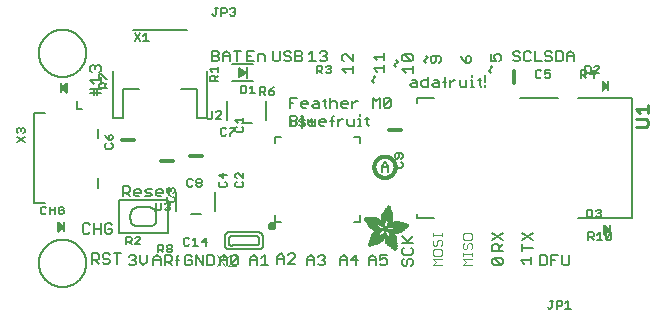
<source format=gbr>
G04 EAGLE Gerber RS-274X export*
G75*
%MOMM*%
%FSLAX34Y34*%
%LPD*%
%INSilkscreen Top*%
%IPPOS*%
%AMOC8*
5,1,8,0,0,1.08239X$1,22.5*%
G01*
%ADD10C,0.127000*%
%ADD11C,0.101600*%
%ADD12C,0.152400*%
%ADD13C,0.304800*%
%ADD14R,0.190500X0.889000*%
%ADD15C,0.203200*%
%ADD16R,0.200000X1.000000*%
%ADD17R,0.050800X0.006300*%
%ADD18R,0.082600X0.006400*%
%ADD19R,0.120600X0.006300*%
%ADD20R,0.139700X0.006400*%
%ADD21R,0.158800X0.006300*%
%ADD22R,0.177800X0.006400*%
%ADD23R,0.196800X0.006300*%
%ADD24R,0.215900X0.006400*%
%ADD25R,0.228600X0.006300*%
%ADD26R,0.241300X0.006400*%
%ADD27R,0.254000X0.006300*%
%ADD28R,0.266700X0.006400*%
%ADD29R,0.279400X0.006300*%
%ADD30R,0.285700X0.006400*%
%ADD31R,0.298400X0.006300*%
%ADD32R,0.311200X0.006400*%
%ADD33R,0.317500X0.006300*%
%ADD34R,0.330200X0.006400*%
%ADD35R,0.336600X0.006300*%
%ADD36R,0.349200X0.006400*%
%ADD37R,0.361900X0.006300*%
%ADD38R,0.368300X0.006400*%
%ADD39R,0.381000X0.006300*%
%ADD40R,0.387300X0.006400*%
%ADD41R,0.393700X0.006300*%
%ADD42R,0.406400X0.006400*%
%ADD43R,0.412700X0.006300*%
%ADD44R,0.419100X0.006400*%
%ADD45R,0.431800X0.006300*%
%ADD46R,0.438100X0.006400*%
%ADD47R,0.450800X0.006300*%
%ADD48R,0.457200X0.006400*%
%ADD49R,0.463500X0.006300*%
%ADD50R,0.476200X0.006400*%
%ADD51R,0.482600X0.006300*%
%ADD52R,0.488900X0.006400*%
%ADD53R,0.501600X0.006300*%
%ADD54R,0.508000X0.006400*%
%ADD55R,0.514300X0.006300*%
%ADD56R,0.527000X0.006400*%
%ADD57R,0.533400X0.006300*%
%ADD58R,0.546100X0.006400*%
%ADD59R,0.552400X0.006300*%
%ADD60R,0.558800X0.006400*%
%ADD61R,0.571500X0.006300*%
%ADD62R,0.577800X0.006400*%
%ADD63R,0.584200X0.006300*%
%ADD64R,0.596900X0.006400*%
%ADD65R,0.603200X0.006300*%
%ADD66R,0.609600X0.006400*%
%ADD67R,0.622300X0.006300*%
%ADD68R,0.628600X0.006400*%
%ADD69R,0.641300X0.006300*%
%ADD70R,0.647700X0.006400*%
%ADD71R,0.063500X0.006300*%
%ADD72R,0.654000X0.006300*%
%ADD73R,0.101600X0.006400*%
%ADD74R,0.666700X0.006400*%
%ADD75R,0.139700X0.006300*%
%ADD76R,0.673100X0.006300*%
%ADD77R,0.165100X0.006400*%
%ADD78R,0.679400X0.006400*%
%ADD79R,0.196900X0.006300*%
%ADD80R,0.692100X0.006300*%
%ADD81R,0.222200X0.006400*%
%ADD82R,0.698500X0.006400*%
%ADD83R,0.247700X0.006300*%
%ADD84R,0.704800X0.006300*%
%ADD85R,0.279400X0.006400*%
%ADD86R,0.717500X0.006400*%
%ADD87R,0.298500X0.006300*%
%ADD88R,0.723900X0.006300*%
%ADD89R,0.736600X0.006400*%
%ADD90R,0.342900X0.006300*%
%ADD91R,0.742900X0.006300*%
%ADD92R,0.374700X0.006400*%
%ADD93R,0.749300X0.006400*%
%ADD94R,0.762000X0.006300*%
%ADD95R,0.412700X0.006400*%
%ADD96R,0.768300X0.006400*%
%ADD97R,0.438100X0.006300*%
%ADD98R,0.774700X0.006300*%
%ADD99R,0.463600X0.006400*%
%ADD100R,0.787400X0.006400*%
%ADD101R,0.793700X0.006300*%
%ADD102R,0.495300X0.006400*%
%ADD103R,0.800100X0.006400*%
%ADD104R,0.520700X0.006300*%
%ADD105R,0.812800X0.006300*%
%ADD106R,0.533400X0.006400*%
%ADD107R,0.819100X0.006400*%
%ADD108R,0.558800X0.006300*%
%ADD109R,0.825500X0.006300*%
%ADD110R,0.577900X0.006400*%
%ADD111R,0.831800X0.006400*%
%ADD112R,0.596900X0.006300*%
%ADD113R,0.844500X0.006300*%
%ADD114R,0.616000X0.006400*%
%ADD115R,0.850900X0.006400*%
%ADD116R,0.635000X0.006300*%
%ADD117R,0.857200X0.006300*%
%ADD118R,0.654100X0.006400*%
%ADD119R,0.863600X0.006400*%
%ADD120R,0.666700X0.006300*%
%ADD121R,0.869900X0.006300*%
%ADD122R,0.685800X0.006400*%
%ADD123R,0.876300X0.006400*%
%ADD124R,0.882600X0.006300*%
%ADD125R,0.723900X0.006400*%
%ADD126R,0.889000X0.006400*%
%ADD127R,0.895300X0.006300*%
%ADD128R,0.755700X0.006400*%
%ADD129R,0.901700X0.006400*%
%ADD130R,0.908000X0.006300*%
%ADD131R,0.793800X0.006400*%
%ADD132R,0.914400X0.006400*%
%ADD133R,0.806400X0.006300*%
%ADD134R,0.920700X0.006300*%
%ADD135R,0.825500X0.006400*%
%ADD136R,0.927100X0.006400*%
%ADD137R,0.933400X0.006300*%
%ADD138R,0.857300X0.006400*%
%ADD139R,0.939800X0.006400*%
%ADD140R,0.870000X0.006300*%
%ADD141R,0.939800X0.006300*%
%ADD142R,0.946100X0.006400*%
%ADD143R,0.952500X0.006300*%
%ADD144R,0.908000X0.006400*%
%ADD145R,0.958800X0.006400*%
%ADD146R,0.965200X0.006300*%
%ADD147R,0.965200X0.006400*%
%ADD148R,0.971500X0.006300*%
%ADD149R,0.952500X0.006400*%
%ADD150R,0.977900X0.006400*%
%ADD151R,0.958800X0.006300*%
%ADD152R,0.984200X0.006300*%
%ADD153R,0.971500X0.006400*%
%ADD154R,0.984200X0.006400*%
%ADD155R,0.990600X0.006300*%
%ADD156R,0.984300X0.006400*%
%ADD157R,0.996900X0.006400*%
%ADD158R,0.997000X0.006300*%
%ADD159R,0.996900X0.006300*%
%ADD160R,1.003300X0.006400*%
%ADD161R,1.016000X0.006300*%
%ADD162R,1.009600X0.006300*%
%ADD163R,1.016000X0.006400*%
%ADD164R,1.009600X0.006400*%
%ADD165R,1.022300X0.006300*%
%ADD166R,1.028700X0.006400*%
%ADD167R,1.035100X0.006300*%
%ADD168R,1.047800X0.006400*%
%ADD169R,1.054100X0.006300*%
%ADD170R,1.028700X0.006300*%
%ADD171R,1.054100X0.006400*%
%ADD172R,1.035000X0.006400*%
%ADD173R,1.060400X0.006300*%
%ADD174R,1.035000X0.006300*%
%ADD175R,1.060500X0.006400*%
%ADD176R,1.041400X0.006400*%
%ADD177R,1.066800X0.006300*%
%ADD178R,1.041400X0.006300*%
%ADD179R,1.079500X0.006400*%
%ADD180R,1.047700X0.006400*%
%ADD181R,1.085900X0.006300*%
%ADD182R,1.047700X0.006300*%
%ADD183R,1.085800X0.006400*%
%ADD184R,1.092200X0.006300*%
%ADD185R,1.085900X0.006400*%
%ADD186R,1.098600X0.006300*%
%ADD187R,1.098600X0.006400*%
%ADD188R,1.060400X0.006400*%
%ADD189R,1.104900X0.006300*%
%ADD190R,1.104900X0.006400*%
%ADD191R,1.066800X0.006400*%
%ADD192R,1.111200X0.006300*%
%ADD193R,1.117600X0.006400*%
%ADD194R,1.117600X0.006300*%
%ADD195R,1.073100X0.006300*%
%ADD196R,1.073100X0.006400*%
%ADD197R,1.124000X0.006300*%
%ADD198R,1.079500X0.006300*%
%ADD199R,1.123900X0.006400*%
%ADD200R,1.130300X0.006300*%
%ADD201R,1.130300X0.006400*%
%ADD202R,1.136700X0.006400*%
%ADD203R,1.136700X0.006300*%
%ADD204R,1.085800X0.006300*%
%ADD205R,1.136600X0.006400*%
%ADD206R,1.136600X0.006300*%
%ADD207R,1.143000X0.006400*%
%ADD208R,1.143000X0.006300*%
%ADD209R,1.149400X0.006300*%
%ADD210R,1.149300X0.006300*%
%ADD211R,1.149300X0.006400*%
%ADD212R,1.149400X0.006400*%
%ADD213R,1.155700X0.006400*%
%ADD214R,1.155700X0.006300*%
%ADD215R,1.060500X0.006300*%
%ADD216R,2.197100X0.006400*%
%ADD217R,2.197100X0.006300*%
%ADD218R,2.184400X0.006300*%
%ADD219R,2.184400X0.006400*%
%ADD220R,2.171700X0.006400*%
%ADD221R,2.171700X0.006300*%
%ADD222R,1.530300X0.006400*%
%ADD223R,1.505000X0.006300*%
%ADD224R,1.492300X0.006400*%
%ADD225R,1.485900X0.006300*%
%ADD226R,0.565200X0.006300*%
%ADD227R,1.473200X0.006400*%
%ADD228R,0.565200X0.006400*%
%ADD229R,1.460500X0.006300*%
%ADD230R,1.454100X0.006400*%
%ADD231R,0.552400X0.006400*%
%ADD232R,1.441500X0.006300*%
%ADD233R,0.546100X0.006300*%
%ADD234R,1.435100X0.006400*%
%ADD235R,0.539800X0.006400*%
%ADD236R,1.428800X0.006300*%
%ADD237R,1.422400X0.006400*%
%ADD238R,1.409700X0.006300*%
%ADD239R,0.527100X0.006300*%
%ADD240R,1.403300X0.006400*%
%ADD241R,0.527100X0.006400*%
%ADD242R,1.390700X0.006300*%
%ADD243R,1.384300X0.006400*%
%ADD244R,0.520700X0.006400*%
%ADD245R,1.384300X0.006300*%
%ADD246R,0.514400X0.006300*%
%ADD247R,1.371600X0.006400*%
%ADD248R,1.365200X0.006300*%
%ADD249R,0.508000X0.006300*%
%ADD250R,1.352600X0.006400*%
%ADD251R,0.501700X0.006400*%
%ADD252R,0.711200X0.006300*%
%ADD253R,0.603300X0.006300*%
%ADD254R,0.501700X0.006300*%
%ADD255R,0.692100X0.006400*%
%ADD256R,0.571500X0.006400*%
%ADD257R,0.679400X0.006300*%
%ADD258R,0.495300X0.006300*%
%ADD259R,0.673100X0.006400*%
%ADD260R,0.666800X0.006300*%
%ADD261R,0.488900X0.006300*%
%ADD262R,0.660400X0.006400*%
%ADD263R,0.482600X0.006400*%
%ADD264R,0.476200X0.006300*%
%ADD265R,0.654000X0.006400*%
%ADD266R,0.469900X0.006400*%
%ADD267R,0.476300X0.006400*%
%ADD268R,0.647700X0.006300*%
%ADD269R,0.457200X0.006300*%
%ADD270R,0.469900X0.006300*%
%ADD271R,0.641300X0.006400*%
%ADD272R,0.444500X0.006400*%
%ADD273R,0.463600X0.006300*%
%ADD274R,0.635000X0.006400*%
%ADD275R,0.463500X0.006400*%
%ADD276R,0.393700X0.006400*%
%ADD277R,0.450800X0.006400*%
%ADD278R,0.628600X0.006300*%
%ADD279R,0.387400X0.006300*%
%ADD280R,0.450900X0.006300*%
%ADD281R,0.628700X0.006400*%
%ADD282R,0.374600X0.006400*%
%ADD283R,0.368300X0.006300*%
%ADD284R,0.438200X0.006300*%
%ADD285R,0.622300X0.006400*%
%ADD286R,0.355600X0.006400*%
%ADD287R,0.431800X0.006400*%
%ADD288R,0.349300X0.006300*%
%ADD289R,0.425400X0.006300*%
%ADD290R,0.615900X0.006300*%
%ADD291R,0.330200X0.006300*%
%ADD292R,0.419100X0.006300*%
%ADD293R,0.616000X0.006300*%
%ADD294R,0.311200X0.006300*%
%ADD295R,0.406400X0.006300*%
%ADD296R,0.615900X0.006400*%
%ADD297R,0.304800X0.006400*%
%ADD298R,0.158800X0.006400*%
%ADD299R,0.609600X0.006300*%
%ADD300R,0.292100X0.006300*%
%ADD301R,0.235000X0.006300*%
%ADD302R,0.387400X0.006400*%
%ADD303R,0.292100X0.006400*%
%ADD304R,0.336500X0.006300*%
%ADD305R,0.260400X0.006300*%
%ADD306R,0.603300X0.006400*%
%ADD307R,0.260400X0.006400*%
%ADD308R,0.362000X0.006400*%
%ADD309R,0.450900X0.006400*%
%ADD310R,0.355600X0.006300*%
%ADD311R,0.342900X0.006400*%
%ADD312R,0.514300X0.006400*%
%ADD313R,0.234900X0.006300*%
%ADD314R,0.539700X0.006300*%
%ADD315R,0.603200X0.006400*%
%ADD316R,0.234900X0.006400*%
%ADD317R,0.920700X0.006400*%
%ADD318R,0.958900X0.006400*%
%ADD319R,0.215900X0.006300*%
%ADD320R,0.209600X0.006400*%
%ADD321R,0.203200X0.006300*%
%ADD322R,1.003300X0.006300*%
%ADD323R,0.203200X0.006400*%
%ADD324R,0.196900X0.006400*%
%ADD325R,0.190500X0.006300*%
%ADD326R,0.190500X0.006400*%
%ADD327R,0.184200X0.006300*%
%ADD328R,0.590500X0.006400*%
%ADD329R,0.184200X0.006400*%
%ADD330R,0.590500X0.006300*%
%ADD331R,0.177800X0.006300*%
%ADD332R,0.584200X0.006400*%
%ADD333R,1.168400X0.006400*%
%ADD334R,0.171500X0.006300*%
%ADD335R,1.187500X0.006300*%
%ADD336R,1.200100X0.006400*%
%ADD337R,0.577800X0.006300*%
%ADD338R,1.212900X0.006300*%
%ADD339R,1.231900X0.006400*%
%ADD340R,1.250900X0.006300*%
%ADD341R,0.565100X0.006400*%
%ADD342R,0.184100X0.006400*%
%ADD343R,1.263700X0.006400*%
%ADD344R,0.565100X0.006300*%
%ADD345R,1.289100X0.006300*%
%ADD346R,1.314400X0.006400*%
%ADD347R,0.552500X0.006300*%
%ADD348R,1.568500X0.006300*%
%ADD349R,0.552500X0.006400*%
%ADD350R,1.581200X0.006400*%
%ADD351R,1.593800X0.006300*%
%ADD352R,1.606500X0.006400*%
%ADD353R,1.619300X0.006300*%
%ADD354R,0.514400X0.006400*%
%ADD355R,1.638300X0.006400*%
%ADD356R,1.657300X0.006300*%
%ADD357R,2.209800X0.006400*%
%ADD358R,2.425700X0.006300*%
%ADD359R,2.470100X0.006400*%
%ADD360R,2.501900X0.006300*%
%ADD361R,2.533700X0.006400*%
%ADD362R,2.559000X0.006300*%
%ADD363R,2.584500X0.006400*%
%ADD364R,2.609900X0.006300*%
%ADD365R,2.628900X0.006400*%
%ADD366R,2.660600X0.006300*%
%ADD367R,2.673400X0.006400*%
%ADD368R,1.422400X0.006300*%
%ADD369R,1.200200X0.006300*%
%ADD370R,1.365300X0.006300*%
%ADD371R,1.365300X0.006400*%
%ADD372R,1.352500X0.006300*%
%ADD373R,1.098500X0.006300*%
%ADD374R,1.358900X0.006400*%
%ADD375R,1.352600X0.006300*%
%ADD376R,1.358900X0.006300*%
%ADD377R,1.371600X0.006300*%
%ADD378R,1.377900X0.006400*%
%ADD379R,1.397000X0.006400*%
%ADD380R,1.403300X0.006300*%
%ADD381R,0.914400X0.006300*%
%ADD382R,0.876300X0.006300*%
%ADD383R,0.374600X0.006300*%
%ADD384R,1.073200X0.006400*%
%ADD385R,0.374700X0.006300*%
%ADD386R,0.844600X0.006400*%
%ADD387R,0.844600X0.006300*%
%ADD388R,0.831900X0.006400*%
%ADD389R,1.092200X0.006400*%
%ADD390R,0.400000X0.006300*%
%ADD391R,0.819200X0.006400*%
%ADD392R,1.111300X0.006400*%
%ADD393R,0.812800X0.006400*%
%ADD394R,0.800100X0.006300*%
%ADD395R,0.476300X0.006300*%
%ADD396R,1.181100X0.006300*%
%ADD397R,0.501600X0.006400*%
%ADD398R,1.193800X0.006400*%
%ADD399R,0.781000X0.006400*%
%ADD400R,1.238200X0.006400*%
%ADD401R,0.781100X0.006300*%
%ADD402R,1.257300X0.006300*%
%ADD403R,1.295400X0.006400*%
%ADD404R,1.333500X0.006300*%
%ADD405R,0.774700X0.006400*%
%ADD406R,1.866900X0.006400*%
%ADD407R,0.209600X0.006300*%
%ADD408R,1.866900X0.006300*%
%ADD409R,0.768400X0.006400*%
%ADD410R,0.209500X0.006400*%
%ADD411R,1.860600X0.006400*%
%ADD412R,0.762000X0.006400*%
%ADD413R,0.768400X0.006300*%
%ADD414R,1.860600X0.006300*%
%ADD415R,1.860500X0.006400*%
%ADD416R,0.222300X0.006300*%
%ADD417R,1.854200X0.006300*%
%ADD418R,0.235000X0.006400*%
%ADD419R,1.854200X0.006400*%
%ADD420R,0.768300X0.006300*%
%ADD421R,0.260300X0.006400*%
%ADD422R,1.847800X0.006400*%
%ADD423R,0.266700X0.006300*%
%ADD424R,1.847800X0.006300*%
%ADD425R,0.273100X0.006400*%
%ADD426R,1.841500X0.006400*%
%ADD427R,0.285800X0.006300*%
%ADD428R,1.841500X0.006300*%
%ADD429R,0.298500X0.006400*%
%ADD430R,1.835100X0.006400*%
%ADD431R,0.781000X0.006300*%
%ADD432R,0.304800X0.006300*%
%ADD433R,1.835100X0.006300*%
%ADD434R,0.317500X0.006400*%
%ADD435R,1.828800X0.006400*%
%ADD436R,0.787400X0.006300*%
%ADD437R,0.323800X0.006300*%
%ADD438R,1.828800X0.006300*%
%ADD439R,0.793700X0.006400*%
%ADD440R,1.822400X0.006400*%
%ADD441R,0.806500X0.006300*%
%ADD442R,1.822400X0.006300*%
%ADD443R,1.816100X0.006400*%
%ADD444R,0.819100X0.006300*%
%ADD445R,0.387300X0.006300*%
%ADD446R,1.816100X0.006300*%
%ADD447R,1.809800X0.006400*%
%ADD448R,1.803400X0.006300*%
%ADD449R,1.797000X0.006400*%
%ADD450R,0.901700X0.006300*%
%ADD451R,1.797000X0.006300*%
%ADD452R,1.441400X0.006400*%
%ADD453R,1.790700X0.006400*%
%ADD454R,1.447800X0.006300*%
%ADD455R,1.784300X0.006300*%
%ADD456R,1.447800X0.006400*%
%ADD457R,1.784300X0.006400*%
%ADD458R,1.454100X0.006300*%
%ADD459R,1.771700X0.006300*%
%ADD460R,1.460500X0.006400*%
%ADD461R,1.759000X0.006400*%
%ADD462R,1.466800X0.006300*%
%ADD463R,1.752600X0.006300*%
%ADD464R,1.466800X0.006400*%
%ADD465R,1.739900X0.006400*%
%ADD466R,1.473200X0.006300*%
%ADD467R,1.727200X0.006300*%
%ADD468R,1.479500X0.006400*%
%ADD469R,1.714500X0.006400*%
%ADD470R,1.695400X0.006300*%
%ADD471R,1.485900X0.006400*%
%ADD472R,1.682700X0.006400*%
%ADD473R,1.492200X0.006300*%
%ADD474R,1.663700X0.006300*%
%ADD475R,1.498600X0.006400*%
%ADD476R,1.644600X0.006400*%
%ADD477R,1.498600X0.006300*%
%ADD478R,1.619200X0.006300*%
%ADD479R,1.511300X0.006400*%
%ADD480R,1.600200X0.006400*%
%ADD481R,1.517700X0.006300*%
%ADD482R,1.574800X0.006300*%
%ADD483R,1.524000X0.006400*%
%ADD484R,1.555800X0.006400*%
%ADD485R,1.524000X0.006300*%
%ADD486R,1.536700X0.006300*%
%ADD487R,1.530400X0.006400*%
%ADD488R,1.517700X0.006400*%
%ADD489R,1.492300X0.006300*%
%ADD490R,1.549400X0.006400*%
%ADD491R,1.479600X0.006400*%
%ADD492R,1.549400X0.006300*%
%ADD493R,1.555700X0.006400*%
%ADD494R,1.562100X0.006300*%
%ADD495R,0.323900X0.006300*%
%ADD496R,1.568400X0.006400*%
%ADD497R,0.336600X0.006400*%
%ADD498R,1.587500X0.006300*%
%ADD499R,0.971600X0.006300*%
%ADD500R,0.349300X0.006400*%
%ADD501R,1.600200X0.006300*%
%ADD502R,0.920800X0.006300*%
%ADD503R,0.882700X0.006400*%
%ADD504R,1.612900X0.006300*%
%ADD505R,0.362000X0.006300*%
%ADD506R,1.625600X0.006400*%
%ADD507R,1.625600X0.006300*%
%ADD508R,1.644600X0.006300*%
%ADD509R,0.736600X0.006300*%
%ADD510R,0.717600X0.006400*%
%ADD511R,1.657400X0.006300*%
%ADD512R,0.679500X0.006300*%
%ADD513R,1.663700X0.006400*%
%ADD514R,0.400000X0.006400*%
%ADD515R,1.676400X0.006300*%
%ADD516R,1.676400X0.006400*%
%ADD517R,0.425500X0.006400*%
%ADD518R,1.352500X0.006400*%
%ADD519R,0.444500X0.006300*%
%ADD520R,0.361900X0.006400*%
%ADD521R,0.088900X0.006300*%
%ADD522R,1.009700X0.006300*%
%ADD523R,1.009700X0.006400*%
%ADD524R,1.022300X0.006400*%
%ADD525R,1.346200X0.006400*%
%ADD526R,1.346200X0.006300*%
%ADD527R,1.339900X0.006400*%
%ADD528R,1.035100X0.006400*%
%ADD529R,1.339800X0.006300*%
%ADD530R,1.333500X0.006400*%
%ADD531R,1.327200X0.006400*%
%ADD532R,1.320800X0.006300*%
%ADD533R,1.314500X0.006400*%
%ADD534R,1.314400X0.006300*%
%ADD535R,1.301700X0.006400*%
%ADD536R,1.295400X0.006300*%
%ADD537R,1.289000X0.006400*%
%ADD538R,1.276300X0.006300*%
%ADD539R,1.251000X0.006300*%
%ADD540R,1.244600X0.006400*%
%ADD541R,1.231900X0.006300*%
%ADD542R,1.212800X0.006400*%
%ADD543R,1.200100X0.006300*%
%ADD544R,1.187400X0.006400*%
%ADD545R,1.168400X0.006300*%
%ADD546R,1.047800X0.006300*%
%ADD547R,0.977900X0.006300*%
%ADD548R,0.946200X0.006400*%
%ADD549R,0.933400X0.006400*%
%ADD550R,0.895300X0.006400*%
%ADD551R,0.882700X0.006300*%
%ADD552R,0.863600X0.006300*%
%ADD553R,0.857200X0.006400*%
%ADD554R,0.850900X0.006300*%
%ADD555R,0.838200X0.006300*%
%ADD556R,0.806500X0.006400*%
%ADD557R,0.717600X0.006300*%
%ADD558R,0.711200X0.006400*%
%ADD559R,0.641400X0.006400*%
%ADD560R,0.641400X0.006300*%
%ADD561R,0.628700X0.006300*%
%ADD562R,0.590600X0.006300*%
%ADD563R,0.539700X0.006400*%
%ADD564R,0.285700X0.006300*%
%ADD565R,0.222200X0.006300*%
%ADD566R,0.171400X0.006300*%
%ADD567R,0.152400X0.006400*%
%ADD568R,0.133400X0.006300*%
%ADD569C,0.406400*%
%ADD570C,0.076200*%
%ADD571C,0.228600*%

G36*
X483927Y48774D02*
X483927Y48774D01*
X483945Y48772D01*
X484047Y48800D01*
X484150Y48822D01*
X484165Y48831D01*
X484182Y48836D01*
X484327Y48921D01*
X489407Y52731D01*
X489410Y52734D01*
X489414Y52736D01*
X489495Y52823D01*
X489577Y52908D01*
X489579Y52912D01*
X489582Y52915D01*
X489632Y53024D01*
X489682Y53131D01*
X489682Y53135D01*
X489684Y53139D01*
X489697Y53257D01*
X489710Y53375D01*
X489710Y53379D01*
X489710Y53384D01*
X489684Y53500D01*
X489660Y53616D01*
X489657Y53620D01*
X489656Y53624D01*
X489595Y53726D01*
X489535Y53828D01*
X489531Y53831D01*
X489529Y53834D01*
X489407Y53949D01*
X484327Y57759D01*
X484311Y57767D01*
X484298Y57780D01*
X484283Y57787D01*
X484275Y57793D01*
X484225Y57813D01*
X484202Y57824D01*
X484109Y57873D01*
X484091Y57876D01*
X484075Y57883D01*
X483970Y57895D01*
X483866Y57911D01*
X483848Y57908D01*
X483831Y57910D01*
X483728Y57888D01*
X483623Y57870D01*
X483608Y57862D01*
X483590Y57858D01*
X483500Y57804D01*
X483407Y57754D01*
X483394Y57741D01*
X483379Y57732D01*
X483310Y57652D01*
X483238Y57575D01*
X483231Y57558D01*
X483219Y57545D01*
X483180Y57447D01*
X483136Y57351D01*
X483134Y57333D01*
X483127Y57317D01*
X483109Y57150D01*
X483109Y49530D01*
X483112Y49512D01*
X483110Y49495D01*
X483131Y49391D01*
X483149Y49287D01*
X483157Y49272D01*
X483161Y49254D01*
X483214Y49163D01*
X483264Y49070D01*
X483276Y49058D01*
X483286Y49042D01*
X483365Y48973D01*
X483442Y48901D01*
X483458Y48893D01*
X483472Y48881D01*
X483569Y48841D01*
X483665Y48797D01*
X483683Y48795D01*
X483699Y48788D01*
X483805Y48781D01*
X483909Y48770D01*
X483927Y48774D01*
G37*
G36*
X482657Y170694D02*
X482657Y170694D01*
X482675Y170692D01*
X482777Y170720D01*
X482880Y170742D01*
X482895Y170751D01*
X482912Y170756D01*
X483057Y170841D01*
X488137Y174651D01*
X488140Y174654D01*
X488144Y174656D01*
X488225Y174743D01*
X488307Y174828D01*
X488309Y174832D01*
X488312Y174835D01*
X488362Y174944D01*
X488412Y175051D01*
X488412Y175055D01*
X488414Y175059D01*
X488427Y175177D01*
X488440Y175295D01*
X488440Y175299D01*
X488440Y175304D01*
X488414Y175420D01*
X488390Y175536D01*
X488387Y175540D01*
X488386Y175544D01*
X488325Y175646D01*
X488265Y175748D01*
X488261Y175751D01*
X488259Y175754D01*
X488137Y175869D01*
X483057Y179679D01*
X483041Y179687D01*
X483028Y179700D01*
X483013Y179707D01*
X483005Y179713D01*
X482955Y179733D01*
X482932Y179744D01*
X482839Y179793D01*
X482821Y179796D01*
X482805Y179803D01*
X482700Y179815D01*
X482596Y179831D01*
X482578Y179828D01*
X482561Y179830D01*
X482458Y179808D01*
X482353Y179790D01*
X482338Y179782D01*
X482320Y179778D01*
X482230Y179724D01*
X482137Y179674D01*
X482124Y179661D01*
X482109Y179652D01*
X482040Y179572D01*
X481968Y179495D01*
X481961Y179478D01*
X481949Y179465D01*
X481910Y179367D01*
X481866Y179271D01*
X481864Y179253D01*
X481857Y179237D01*
X481839Y179070D01*
X481839Y171450D01*
X481842Y171432D01*
X481840Y171415D01*
X481861Y171311D01*
X481879Y171207D01*
X481887Y171192D01*
X481891Y171174D01*
X481944Y171083D01*
X481994Y170990D01*
X482006Y170978D01*
X482016Y170962D01*
X482095Y170893D01*
X482172Y170821D01*
X482188Y170813D01*
X482202Y170801D01*
X482299Y170761D01*
X482395Y170717D01*
X482413Y170715D01*
X482429Y170708D01*
X482535Y170701D01*
X482639Y170690D01*
X482657Y170694D01*
G37*
G36*
X21647Y51314D02*
X21647Y51314D01*
X21665Y51312D01*
X21767Y51340D01*
X21870Y51362D01*
X21885Y51371D01*
X21902Y51376D01*
X22047Y51461D01*
X27127Y55271D01*
X27130Y55274D01*
X27134Y55276D01*
X27215Y55363D01*
X27297Y55448D01*
X27299Y55452D01*
X27302Y55455D01*
X27352Y55564D01*
X27402Y55671D01*
X27402Y55675D01*
X27404Y55679D01*
X27417Y55797D01*
X27430Y55915D01*
X27430Y55919D01*
X27430Y55924D01*
X27404Y56040D01*
X27380Y56156D01*
X27377Y56160D01*
X27376Y56164D01*
X27315Y56266D01*
X27255Y56368D01*
X27251Y56371D01*
X27249Y56374D01*
X27127Y56489D01*
X22047Y60299D01*
X22031Y60307D01*
X22018Y60320D01*
X22003Y60327D01*
X21995Y60333D01*
X21945Y60353D01*
X21922Y60364D01*
X21829Y60413D01*
X21811Y60416D01*
X21795Y60423D01*
X21690Y60435D01*
X21586Y60451D01*
X21568Y60448D01*
X21551Y60450D01*
X21448Y60428D01*
X21343Y60410D01*
X21328Y60402D01*
X21310Y60398D01*
X21220Y60344D01*
X21127Y60294D01*
X21114Y60281D01*
X21099Y60272D01*
X21030Y60192D01*
X20958Y60115D01*
X20951Y60098D01*
X20939Y60085D01*
X20900Y59987D01*
X20856Y59891D01*
X20854Y59873D01*
X20847Y59857D01*
X20829Y59690D01*
X20829Y52070D01*
X20832Y52052D01*
X20830Y52035D01*
X20851Y51931D01*
X20869Y51827D01*
X20877Y51812D01*
X20881Y51794D01*
X20934Y51703D01*
X20984Y51610D01*
X20996Y51598D01*
X21006Y51582D01*
X21085Y51513D01*
X21162Y51441D01*
X21178Y51433D01*
X21192Y51421D01*
X21289Y51381D01*
X21385Y51337D01*
X21403Y51335D01*
X21419Y51328D01*
X21525Y51321D01*
X21629Y51310D01*
X21647Y51314D01*
G37*
G36*
X29012Y169022D02*
X29012Y169022D01*
X29029Y169020D01*
X29132Y169042D01*
X29237Y169060D01*
X29252Y169068D01*
X29270Y169072D01*
X29360Y169126D01*
X29454Y169176D01*
X29466Y169189D01*
X29481Y169198D01*
X29550Y169278D01*
X29622Y169355D01*
X29629Y169372D01*
X29641Y169385D01*
X29680Y169483D01*
X29724Y169579D01*
X29726Y169597D01*
X29733Y169613D01*
X29751Y169780D01*
X29751Y177400D01*
X29749Y177417D01*
X29750Y177432D01*
X29750Y177435D01*
X29729Y177539D01*
X29712Y177643D01*
X29703Y177658D01*
X29700Y177676D01*
X29646Y177767D01*
X29596Y177860D01*
X29584Y177872D01*
X29575Y177888D01*
X29495Y177957D01*
X29418Y178030D01*
X29402Y178037D01*
X29388Y178049D01*
X29291Y178089D01*
X29195Y178133D01*
X29177Y178135D01*
X29161Y178142D01*
X29055Y178149D01*
X28951Y178160D01*
X28933Y178156D01*
X28915Y178158D01*
X28813Y178130D01*
X28740Y178114D01*
X28737Y178114D01*
X28710Y178108D01*
X28695Y178099D01*
X28678Y178094D01*
X28533Y178009D01*
X23453Y174199D01*
X23450Y174196D01*
X23447Y174194D01*
X23365Y174107D01*
X23283Y174022D01*
X23281Y174018D01*
X23278Y174015D01*
X23228Y173906D01*
X23178Y173799D01*
X23178Y173795D01*
X23176Y173791D01*
X23163Y173673D01*
X23150Y173555D01*
X23150Y173551D01*
X23150Y173546D01*
X23176Y173430D01*
X23201Y173314D01*
X23203Y173310D01*
X23204Y173306D01*
X23265Y173204D01*
X23326Y173102D01*
X23329Y173099D01*
X23331Y173096D01*
X23453Y172981D01*
X28533Y169171D01*
X28549Y169163D01*
X28562Y169151D01*
X28658Y169106D01*
X28751Y169057D01*
X28769Y169054D01*
X28785Y169047D01*
X28890Y169035D01*
X28994Y169019D01*
X29012Y169022D01*
G37*
G36*
X175845Y183683D02*
X175845Y183683D01*
X175916Y183681D01*
X175986Y183700D01*
X176057Y183708D01*
X176112Y183733D01*
X176191Y183753D01*
X176294Y183814D01*
X176363Y183845D01*
X179363Y185845D01*
X179450Y185922D01*
X179540Y185995D01*
X179555Y186017D01*
X179575Y186035D01*
X179637Y186132D01*
X179704Y186227D01*
X179712Y186253D01*
X179727Y186275D01*
X179759Y186386D01*
X179797Y186496D01*
X179798Y186523D01*
X179805Y186548D01*
X179805Y186664D01*
X179811Y186780D01*
X179805Y186806D01*
X179805Y186833D01*
X179773Y186944D01*
X179747Y187057D01*
X179734Y187080D01*
X179726Y187106D01*
X179664Y187204D01*
X179608Y187305D01*
X179590Y187321D01*
X179575Y187346D01*
X179367Y187531D01*
X179363Y187535D01*
X176363Y189535D01*
X176299Y189566D01*
X176239Y189606D01*
X176171Y189627D01*
X176107Y189658D01*
X176036Y189670D01*
X175968Y189691D01*
X175897Y189693D01*
X175827Y189705D01*
X175755Y189697D01*
X175684Y189699D01*
X175615Y189681D01*
X175544Y189672D01*
X175478Y189645D01*
X175409Y189627D01*
X175348Y189590D01*
X175282Y189563D01*
X175226Y189518D01*
X175164Y189482D01*
X175115Y189430D01*
X175060Y189385D01*
X175019Y189327D01*
X174970Y189274D01*
X174937Y189211D01*
X174896Y189153D01*
X174873Y189085D01*
X174840Y189021D01*
X174830Y188962D01*
X174803Y188884D01*
X174797Y188765D01*
X174785Y188690D01*
X174785Y184690D01*
X174795Y184619D01*
X174795Y184547D01*
X174815Y184479D01*
X174825Y184409D01*
X174854Y184343D01*
X174874Y184274D01*
X174912Y184214D01*
X174941Y184149D01*
X174987Y184094D01*
X175025Y184034D01*
X175079Y183986D01*
X175125Y183932D01*
X175184Y183892D01*
X175238Y183845D01*
X175302Y183814D01*
X175361Y183775D01*
X175430Y183753D01*
X175494Y183722D01*
X175564Y183710D01*
X175632Y183689D01*
X175704Y183687D01*
X175775Y183675D01*
X175845Y183683D01*
G37*
D10*
X203772Y205113D02*
X203772Y197698D01*
X205255Y196215D01*
X208221Y196215D01*
X209704Y197698D01*
X209704Y205113D01*
X217576Y205113D02*
X219059Y203630D01*
X217576Y205113D02*
X214610Y205113D01*
X213127Y203630D01*
X213127Y202147D01*
X214610Y200664D01*
X217576Y200664D01*
X219059Y199181D01*
X219059Y197698D01*
X217576Y196215D01*
X214610Y196215D01*
X213127Y197698D01*
X222483Y196215D02*
X222483Y205113D01*
X226931Y205113D01*
X228414Y203630D01*
X228414Y202147D01*
X226931Y200664D01*
X228414Y199181D01*
X228414Y197698D01*
X226931Y196215D01*
X222483Y196215D01*
X222483Y200664D02*
X226931Y200664D01*
X50102Y33663D02*
X50102Y24765D01*
X50102Y33663D02*
X54551Y33663D01*
X56034Y32180D01*
X56034Y29214D01*
X54551Y27731D01*
X50102Y27731D01*
X53068Y27731D02*
X56034Y24765D01*
X63906Y33663D02*
X65389Y32180D01*
X63906Y33663D02*
X60940Y33663D01*
X59457Y32180D01*
X59457Y30697D01*
X60940Y29214D01*
X63906Y29214D01*
X65389Y27731D01*
X65389Y26248D01*
X63906Y24765D01*
X60940Y24765D01*
X59457Y26248D01*
X71778Y24765D02*
X71778Y33663D01*
X68813Y33663D02*
X74744Y33663D01*
X102461Y29427D02*
X102461Y23495D01*
X102461Y29427D02*
X105427Y32393D01*
X108393Y29427D01*
X108393Y23495D01*
X108393Y27944D02*
X102461Y27944D01*
X111817Y23495D02*
X111817Y32393D01*
X116265Y32393D01*
X117748Y30910D01*
X117748Y27944D01*
X116265Y26461D01*
X111817Y26461D01*
X114782Y26461D02*
X117748Y23495D01*
X122655Y23495D02*
X122655Y30910D01*
X124138Y32393D01*
X124138Y27944D02*
X121172Y27944D01*
X82933Y32393D02*
X81450Y30910D01*
X82933Y32393D02*
X85899Y32393D01*
X87382Y30910D01*
X87382Y29427D01*
X85899Y27944D01*
X84416Y27944D01*
X85899Y27944D02*
X87382Y26461D01*
X87382Y24978D01*
X85899Y23495D01*
X82933Y23495D01*
X81450Y24978D01*
X90805Y26461D02*
X90805Y32393D01*
X90805Y26461D02*
X93771Y23495D01*
X96737Y26461D01*
X96737Y32393D01*
X284650Y29427D02*
X284650Y23495D01*
X284650Y29427D02*
X287616Y32393D01*
X290582Y29427D01*
X290582Y23495D01*
X290582Y27944D02*
X284650Y27944D01*
X294005Y32393D02*
X299937Y32393D01*
X294005Y32393D02*
X294005Y27944D01*
X296971Y29427D01*
X298454Y29427D01*
X299937Y27944D01*
X299937Y24978D01*
X298454Y23495D01*
X295488Y23495D01*
X294005Y24978D01*
X260520Y23495D02*
X260520Y29427D01*
X263486Y32393D01*
X266452Y29427D01*
X266452Y23495D01*
X266452Y27944D02*
X260520Y27944D01*
X274324Y23495D02*
X274324Y32393D01*
X269875Y27944D01*
X275807Y27944D01*
X232580Y29427D02*
X232580Y23495D01*
X232580Y29427D02*
X235546Y32393D01*
X238512Y29427D01*
X238512Y23495D01*
X238512Y27944D02*
X232580Y27944D01*
X241935Y30910D02*
X243418Y32393D01*
X246384Y32393D01*
X247867Y30910D01*
X247867Y29427D01*
X246384Y27944D01*
X244901Y27944D01*
X246384Y27944D02*
X247867Y26461D01*
X247867Y24978D01*
X246384Y23495D01*
X243418Y23495D01*
X241935Y24978D01*
X207180Y24765D02*
X207180Y30697D01*
X210146Y33663D01*
X213112Y30697D01*
X213112Y24765D01*
X213112Y29214D02*
X207180Y29214D01*
X216535Y24765D02*
X222467Y24765D01*
X216535Y24765D02*
X222467Y30697D01*
X222467Y32180D01*
X220984Y33663D01*
X218018Y33663D01*
X216535Y32180D01*
X184320Y29427D02*
X184320Y23495D01*
X184320Y29427D02*
X187286Y32393D01*
X190252Y29427D01*
X190252Y23495D01*
X190252Y27944D02*
X184320Y27944D01*
X193675Y29427D02*
X196641Y32393D01*
X196641Y23495D01*
X193675Y23495D02*
X199607Y23495D01*
X158920Y23495D02*
X158920Y29427D01*
X161886Y32393D01*
X164852Y29427D01*
X164852Y23495D01*
X164852Y27944D02*
X158920Y27944D01*
X168275Y24978D02*
X168275Y30910D01*
X169758Y32393D01*
X172724Y32393D01*
X174207Y30910D01*
X174207Y24978D01*
X172724Y23495D01*
X169758Y23495D01*
X168275Y24978D01*
X174207Y30910D01*
X233850Y202147D02*
X236816Y205113D01*
X236816Y196215D01*
X233850Y196215D02*
X239782Y196215D01*
X243205Y203630D02*
X244688Y205113D01*
X247654Y205113D01*
X249137Y203630D01*
X249137Y202147D01*
X247654Y200664D01*
X246171Y200664D01*
X247654Y200664D02*
X249137Y199181D01*
X249137Y197698D01*
X247654Y196215D01*
X244688Y196215D01*
X243205Y197698D01*
X386494Y188343D02*
X387977Y186860D01*
X386494Y188343D02*
X389460Y191309D01*
X387977Y192792D01*
X387977Y196215D02*
X387977Y202147D01*
X387977Y196215D02*
X392426Y196215D01*
X390943Y199181D01*
X390943Y200664D01*
X392426Y202147D01*
X395392Y202147D01*
X396875Y200664D01*
X396875Y197698D01*
X395392Y196215D01*
X288917Y178372D02*
X287434Y179855D01*
X290400Y182821D01*
X288917Y184304D01*
X291883Y187727D02*
X288917Y190693D01*
X297815Y190693D01*
X297815Y187727D02*
X297815Y193659D01*
X291883Y197083D02*
X288917Y200048D01*
X297815Y200048D01*
X297815Y197083D02*
X297815Y203014D01*
X313047Y189826D02*
X316013Y186860D01*
X313047Y189826D02*
X321945Y189826D01*
X321945Y186860D02*
X321945Y192792D01*
X320462Y196215D02*
X314530Y196215D01*
X313047Y197698D01*
X313047Y200664D01*
X314530Y202147D01*
X320462Y202147D01*
X321945Y200664D01*
X321945Y197698D01*
X320462Y196215D01*
X314530Y202147D01*
X344592Y195347D02*
X346075Y196830D01*
X346075Y199796D01*
X344592Y201279D01*
X338660Y201279D01*
X337177Y199796D01*
X337177Y196830D01*
X338660Y195347D01*
X340143Y195347D01*
X341626Y196830D01*
X341626Y201279D01*
X314530Y29364D02*
X313047Y27881D01*
X313047Y24915D01*
X314530Y23432D01*
X316013Y23432D01*
X317496Y24915D01*
X317496Y27881D01*
X318979Y29364D01*
X320462Y29364D01*
X321945Y27881D01*
X321945Y24915D01*
X320462Y23432D01*
X313047Y37236D02*
X314530Y38719D01*
X313047Y37236D02*
X313047Y34270D01*
X314530Y32787D01*
X320462Y32787D01*
X321945Y34270D01*
X321945Y37236D01*
X320462Y38719D01*
X321945Y42143D02*
X313047Y42143D01*
X313047Y48074D02*
X318979Y42143D01*
X317496Y43626D02*
X321945Y48074D01*
D11*
X338956Y23601D02*
X346837Y23601D01*
X341583Y26228D02*
X338956Y23601D01*
X341583Y26228D02*
X338956Y28855D01*
X346837Y28855D01*
X338956Y33100D02*
X338956Y35727D01*
X338956Y33100D02*
X340270Y31787D01*
X345524Y31787D01*
X346837Y33100D01*
X346837Y35727D01*
X345524Y37040D01*
X340270Y37040D01*
X338956Y35727D01*
X338956Y43913D02*
X340270Y45226D01*
X338956Y43913D02*
X338956Y41286D01*
X340270Y39972D01*
X341583Y39972D01*
X342897Y41286D01*
X342897Y43913D01*
X344210Y45226D01*
X345524Y45226D01*
X346837Y43913D01*
X346837Y41286D01*
X345524Y39972D01*
X346837Y48158D02*
X346837Y50785D01*
X346837Y49472D02*
X338956Y49472D01*
X338956Y50785D02*
X338956Y48158D01*
X364356Y23601D02*
X372237Y23601D01*
X366983Y26228D02*
X364356Y23601D01*
X366983Y26228D02*
X364356Y28855D01*
X372237Y28855D01*
X372237Y31787D02*
X372237Y34413D01*
X372237Y33100D02*
X364356Y33100D01*
X364356Y31787D02*
X364356Y34413D01*
X364356Y41184D02*
X365670Y42498D01*
X364356Y41184D02*
X364356Y38557D01*
X365670Y37244D01*
X366983Y37244D01*
X368297Y38557D01*
X368297Y41184D01*
X369610Y42498D01*
X370924Y42498D01*
X372237Y41184D01*
X372237Y38557D01*
X370924Y37244D01*
X364356Y46743D02*
X364356Y49370D01*
X364356Y46743D02*
X365670Y45429D01*
X370924Y45429D01*
X372237Y46743D01*
X372237Y49370D01*
X370924Y50683D01*
X365670Y50683D01*
X364356Y49370D01*
D10*
X412904Y203630D02*
X411421Y205113D01*
X408455Y205113D01*
X406972Y203630D01*
X406972Y202147D01*
X408455Y200664D01*
X411421Y200664D01*
X412904Y199181D01*
X412904Y197698D01*
X411421Y196215D01*
X408455Y196215D01*
X406972Y197698D01*
X420776Y205113D02*
X422259Y203630D01*
X420776Y205113D02*
X417810Y205113D01*
X416327Y203630D01*
X416327Y197698D01*
X417810Y196215D01*
X420776Y196215D01*
X422259Y197698D01*
X425683Y196215D02*
X425683Y205113D01*
X425683Y196215D02*
X431614Y196215D01*
X439574Y203630D02*
X438091Y205113D01*
X435125Y205113D01*
X433642Y203630D01*
X433642Y202147D01*
X435125Y200664D01*
X438091Y200664D01*
X439574Y199181D01*
X439574Y197698D01*
X438091Y196215D01*
X435125Y196215D01*
X433642Y197698D01*
X442997Y196215D02*
X442997Y205113D01*
X442997Y196215D02*
X447446Y196215D01*
X448929Y197698D01*
X448929Y203630D01*
X447446Y205113D01*
X442997Y205113D01*
X452353Y202147D02*
X452353Y196215D01*
X452353Y202147D02*
X455318Y205113D01*
X458284Y202147D01*
X458284Y196215D01*
X458284Y200664D02*
X452353Y200664D01*
X396662Y23897D02*
X390730Y23897D01*
X389247Y25380D01*
X389247Y28346D01*
X390730Y29829D01*
X396662Y29829D01*
X398145Y28346D01*
X398145Y25380D01*
X396662Y23897D01*
X390730Y29829D01*
X413377Y28133D02*
X416343Y25167D01*
X413377Y28133D02*
X422275Y28133D01*
X422275Y25167D02*
X422275Y31099D01*
X398145Y35730D02*
X389247Y35730D01*
X389247Y40179D01*
X390730Y41662D01*
X393696Y41662D01*
X395179Y40179D01*
X395179Y35730D01*
X395179Y38696D02*
X398145Y41662D01*
X398145Y51017D02*
X389247Y45085D01*
X389247Y51017D02*
X398145Y45085D01*
X414647Y38696D02*
X423545Y38696D01*
X414647Y35730D02*
X414647Y41662D01*
X414647Y45085D02*
X423545Y51017D01*
X423545Y45085D02*
X414647Y51017D01*
X151702Y196215D02*
X151702Y205113D01*
X156151Y205113D01*
X157634Y203630D01*
X157634Y202147D01*
X156151Y200664D01*
X157634Y199181D01*
X157634Y197698D01*
X156151Y196215D01*
X151702Y196215D01*
X151702Y200664D02*
X156151Y200664D01*
X161057Y202147D02*
X161057Y196215D01*
X161057Y202147D02*
X164023Y205113D01*
X166989Y202147D01*
X166989Y196215D01*
X166989Y200664D02*
X161057Y200664D01*
X173378Y196215D02*
X173378Y205113D01*
X170413Y205113D02*
X176344Y205113D01*
X262247Y189826D02*
X265213Y186860D01*
X262247Y189826D02*
X271145Y189826D01*
X271145Y186860D02*
X271145Y192792D01*
X271145Y196215D02*
X271145Y202147D01*
X271145Y196215D02*
X265213Y202147D01*
X263730Y202147D01*
X262247Y200664D01*
X262247Y197698D01*
X263730Y196215D01*
X362577Y201279D02*
X364060Y198313D01*
X367026Y195347D01*
X369992Y195347D01*
X371475Y196830D01*
X371475Y199796D01*
X369992Y201279D01*
X368509Y201279D01*
X367026Y199796D01*
X367026Y195347D01*
X134774Y30910D02*
X133291Y32393D01*
X130325Y32393D01*
X128842Y30910D01*
X128842Y24978D01*
X130325Y23495D01*
X133291Y23495D01*
X134774Y24978D01*
X134774Y27944D01*
X131808Y27944D01*
X138197Y23495D02*
X138197Y32393D01*
X144129Y23495D01*
X144129Y32393D01*
X147553Y32393D02*
X147553Y23495D01*
X152001Y23495D01*
X153484Y24978D01*
X153484Y30910D01*
X152001Y32393D01*
X147553Y32393D01*
X57785Y169695D02*
X48887Y169695D01*
X48887Y172661D02*
X57785Y172661D01*
X51853Y172661D02*
X51853Y168212D01*
X51853Y172661D02*
X51853Y174144D01*
X54819Y174144D02*
X54819Y168212D01*
X51853Y177567D02*
X48887Y180533D01*
X57785Y180533D01*
X57785Y177567D02*
X57785Y183499D01*
X50370Y186923D02*
X48887Y188406D01*
X48887Y191371D01*
X50370Y192854D01*
X51853Y192854D01*
X53336Y191371D01*
X53336Y189888D01*
X53336Y191371D02*
X54819Y192854D01*
X56302Y192854D01*
X57785Y191371D01*
X57785Y188406D01*
X56302Y186923D01*
X181780Y205113D02*
X187712Y205113D01*
X181780Y205113D02*
X181780Y196215D01*
X187712Y196215D01*
X184746Y200664D02*
X181780Y200664D01*
X191135Y202147D02*
X191135Y196215D01*
X191135Y202147D02*
X195584Y202147D01*
X197067Y200664D01*
X197067Y196215D01*
X429832Y32393D02*
X429832Y23495D01*
X434281Y23495D01*
X435764Y24978D01*
X435764Y30910D01*
X434281Y32393D01*
X429832Y32393D01*
X439187Y32393D02*
X439187Y23495D01*
X439187Y32393D02*
X445119Y32393D01*
X442153Y27944D02*
X439187Y27944D01*
X448543Y24978D02*
X448543Y32393D01*
X448543Y24978D02*
X450026Y23495D01*
X452991Y23495D01*
X454474Y24978D01*
X454474Y32393D01*
X307967Y191537D02*
X306484Y193020D01*
X309450Y195986D01*
X307967Y197469D01*
X331884Y196830D02*
X333367Y195347D01*
X331884Y196830D02*
X334850Y199796D01*
X333367Y201279D01*
X76596Y90813D02*
X76596Y81915D01*
X76596Y90813D02*
X81045Y90813D01*
X82528Y89330D01*
X82528Y86364D01*
X81045Y84881D01*
X76596Y84881D01*
X79562Y84881D02*
X82528Y81915D01*
X87434Y81915D02*
X90400Y81915D01*
X87434Y81915D02*
X85951Y83398D01*
X85951Y86364D01*
X87434Y87847D01*
X90400Y87847D01*
X91883Y86364D01*
X91883Y84881D01*
X85951Y84881D01*
X95307Y81915D02*
X99755Y81915D01*
X101238Y83398D01*
X99755Y84881D01*
X96790Y84881D01*
X95307Y86364D01*
X96790Y87847D01*
X101238Y87847D01*
X106145Y81915D02*
X109111Y81915D01*
X106145Y81915D02*
X104662Y83398D01*
X104662Y86364D01*
X106145Y87847D01*
X109111Y87847D01*
X110594Y86364D01*
X110594Y84881D01*
X104662Y84881D01*
X115500Y83398D02*
X115500Y89330D01*
X115500Y83398D02*
X116983Y81915D01*
X116983Y87847D02*
X114017Y87847D01*
X48414Y57580D02*
X46931Y59063D01*
X43965Y59063D01*
X42482Y57580D01*
X42482Y51648D01*
X43965Y50165D01*
X46931Y50165D01*
X48414Y51648D01*
X51837Y50165D02*
X51837Y59063D01*
X51837Y54614D02*
X57769Y54614D01*
X57769Y59063D02*
X57769Y50165D01*
X65641Y59063D02*
X67124Y57580D01*
X65641Y59063D02*
X62676Y59063D01*
X61193Y57580D01*
X61193Y51648D01*
X62676Y50165D01*
X65641Y50165D01*
X67124Y51648D01*
X67124Y54614D01*
X64158Y54614D01*
D12*
X217932Y156972D02*
X217932Y165615D01*
X223694Y165615D01*
X220813Y161294D02*
X217932Y161294D01*
X228728Y156972D02*
X231609Y156972D01*
X228728Y156972D02*
X227287Y158413D01*
X227287Y161294D01*
X228728Y162734D01*
X231609Y162734D01*
X233049Y161294D01*
X233049Y159853D01*
X227287Y159853D01*
X238083Y162734D02*
X240964Y162734D01*
X242405Y161294D01*
X242405Y156972D01*
X238083Y156972D01*
X236642Y158413D01*
X238083Y159853D01*
X242405Y159853D01*
X247438Y158413D02*
X247438Y164175D01*
X247438Y158413D02*
X248879Y156972D01*
X248879Y162734D02*
X245998Y162734D01*
X252234Y165615D02*
X252234Y156972D01*
X252234Y161294D02*
X253675Y162734D01*
X256556Y162734D01*
X257997Y161294D01*
X257997Y156972D01*
X263030Y156972D02*
X265911Y156972D01*
X263030Y156972D02*
X261590Y158413D01*
X261590Y161294D01*
X263030Y162734D01*
X265911Y162734D01*
X267352Y161294D01*
X267352Y159853D01*
X261590Y159853D01*
X270945Y156972D02*
X270945Y162734D01*
X270945Y159853D02*
X273826Y162734D01*
X275266Y162734D01*
X288096Y165615D02*
X288096Y156972D01*
X290977Y162734D02*
X288096Y165615D01*
X290977Y162734D02*
X293858Y165615D01*
X293858Y156972D01*
X297451Y158413D02*
X297451Y164175D01*
X298892Y165615D01*
X301773Y165615D01*
X303213Y164175D01*
X303213Y158413D01*
X301773Y156972D01*
X298892Y156972D01*
X297451Y158413D01*
X303213Y164175D01*
X217932Y150375D02*
X217932Y141732D01*
X217932Y150375D02*
X222254Y150375D01*
X223694Y148935D01*
X223694Y147494D01*
X222254Y146054D01*
X223694Y144613D01*
X223694Y143173D01*
X222254Y141732D01*
X217932Y141732D01*
X217932Y146054D02*
X222254Y146054D01*
X227287Y150375D02*
X228728Y150375D01*
X228728Y141732D01*
X230168Y141732D02*
X227287Y141732D01*
X233524Y143173D02*
X233524Y147494D01*
X233524Y143173D02*
X234965Y141732D01*
X239286Y141732D01*
X239286Y147494D01*
X244320Y141732D02*
X247201Y141732D01*
X244320Y141732D02*
X242879Y143173D01*
X242879Y146054D01*
X244320Y147494D01*
X247201Y147494D01*
X248641Y146054D01*
X248641Y144613D01*
X242879Y144613D01*
X253675Y141732D02*
X253675Y148935D01*
X255115Y150375D01*
X255115Y146054D02*
X252234Y146054D01*
X258471Y147494D02*
X258471Y141732D01*
X258471Y144613D02*
X261352Y147494D01*
X262793Y147494D01*
X266267Y147494D02*
X266267Y143173D01*
X267708Y141732D01*
X272029Y141732D01*
X272029Y147494D01*
X275622Y147494D02*
X277063Y147494D01*
X277063Y141732D01*
X278503Y141732D02*
X275622Y141732D01*
X277063Y150375D02*
X277063Y151816D01*
X283300Y148935D02*
X283300Y143173D01*
X284740Y141732D01*
X284740Y147494D02*
X281859Y147494D01*
X320973Y180514D02*
X323854Y180514D01*
X325294Y179074D01*
X325294Y174752D01*
X320973Y174752D01*
X319532Y176193D01*
X320973Y177633D01*
X325294Y177633D01*
X334649Y174752D02*
X334649Y183395D01*
X334649Y174752D02*
X330328Y174752D01*
X328887Y176193D01*
X328887Y179074D01*
X330328Y180514D01*
X334649Y180514D01*
X339683Y180514D02*
X342564Y180514D01*
X344005Y179074D01*
X344005Y174752D01*
X339683Y174752D01*
X338242Y176193D01*
X339683Y177633D01*
X344005Y177633D01*
X349038Y174752D02*
X349038Y181955D01*
X350479Y183395D01*
X350479Y179074D02*
X347598Y179074D01*
X353834Y180514D02*
X353834Y174752D01*
X353834Y177633D02*
X356715Y180514D01*
X358156Y180514D01*
X361630Y180514D02*
X361630Y176193D01*
X363071Y174752D01*
X367393Y174752D01*
X367393Y180514D01*
X370986Y180514D02*
X372426Y180514D01*
X372426Y174752D01*
X370986Y174752D02*
X373867Y174752D01*
X372426Y183395D02*
X372426Y184836D01*
X378663Y181955D02*
X378663Y176193D01*
X380103Y174752D01*
X380103Y180514D02*
X377222Y180514D01*
X383459Y176193D02*
X383459Y174752D01*
X383459Y179074D02*
X383459Y184836D01*
D13*
X85960Y129590D02*
X75800Y129590D01*
D12*
X62410Y126883D02*
X61308Y125782D01*
X61308Y123579D01*
X62410Y122477D01*
X66816Y122477D01*
X67918Y123579D01*
X67918Y125782D01*
X66816Y126883D01*
X62410Y132164D02*
X61308Y134368D01*
X62410Y132164D02*
X64613Y129961D01*
X66816Y129961D01*
X67918Y131063D01*
X67918Y133266D01*
X66816Y134368D01*
X65715Y134368D01*
X64613Y133266D01*
X64613Y129961D01*
X162692Y140112D02*
X163793Y139010D01*
X162692Y140112D02*
X160489Y140112D01*
X159387Y139010D01*
X159387Y134604D01*
X160489Y133502D01*
X162692Y133502D01*
X163793Y134604D01*
X166871Y140112D02*
X171278Y140112D01*
X171278Y139010D01*
X166871Y134604D01*
X166871Y133502D01*
D13*
X143660Y116240D02*
X133500Y116240D01*
D12*
X134554Y96784D02*
X135655Y95682D01*
X134554Y96784D02*
X132350Y96784D01*
X131249Y95682D01*
X131249Y91276D01*
X132350Y90174D01*
X134554Y90174D01*
X135655Y91276D01*
X138733Y95682D02*
X139834Y96784D01*
X142038Y96784D01*
X143139Y95682D01*
X143139Y94580D01*
X142038Y93479D01*
X143139Y92377D01*
X143139Y91276D01*
X142038Y90174D01*
X139834Y90174D01*
X138733Y91276D01*
X138733Y92377D01*
X139834Y93479D01*
X138733Y94580D01*
X138733Y95682D01*
X139834Y93479D02*
X142038Y93479D01*
D14*
X24093Y173590D03*
D12*
X37508Y162674D02*
X37508Y156064D01*
X41914Y156064D01*
X131575Y47008D02*
X132676Y45906D01*
X131575Y47008D02*
X129372Y47008D01*
X128270Y45906D01*
X128270Y41500D01*
X129372Y40398D01*
X131575Y40398D01*
X132676Y41500D01*
X135754Y44804D02*
X137957Y47008D01*
X137957Y40398D01*
X135754Y40398D02*
X140161Y40398D01*
X146543Y40398D02*
X146543Y47008D01*
X143238Y43703D01*
X147645Y43703D01*
X63246Y173754D02*
X56636Y173754D01*
X56636Y177059D01*
X57738Y178160D01*
X59941Y178160D01*
X61043Y177059D01*
X61043Y173754D01*
X61043Y175957D02*
X63246Y178160D01*
X56636Y181238D02*
X56636Y185644D01*
X57738Y185644D01*
X62144Y181238D01*
X63246Y181238D01*
D10*
X72980Y50770D02*
X114980Y50770D01*
X72980Y50770D02*
X72980Y78770D01*
X114980Y78770D01*
X114980Y50770D01*
X104980Y66770D02*
X104978Y66922D01*
X104972Y67074D01*
X104963Y67226D01*
X104949Y67377D01*
X104932Y67528D01*
X104911Y67679D01*
X104886Y67829D01*
X104857Y67978D01*
X104825Y68126D01*
X104788Y68274D01*
X104749Y68421D01*
X104705Y68566D01*
X104657Y68711D01*
X104607Y68854D01*
X104552Y68996D01*
X104494Y69136D01*
X104432Y69275D01*
X104367Y69412D01*
X104298Y69548D01*
X104226Y69682D01*
X104151Y69814D01*
X104072Y69944D01*
X103990Y70072D01*
X103905Y70198D01*
X103816Y70321D01*
X103725Y70443D01*
X103630Y70562D01*
X103533Y70678D01*
X103432Y70792D01*
X103329Y70904D01*
X103223Y71013D01*
X103114Y71119D01*
X103002Y71222D01*
X102888Y71323D01*
X102772Y71420D01*
X102653Y71515D01*
X102531Y71606D01*
X102408Y71695D01*
X102282Y71780D01*
X102154Y71862D01*
X102024Y71941D01*
X101892Y72016D01*
X101758Y72088D01*
X101622Y72157D01*
X101485Y72222D01*
X101346Y72284D01*
X101206Y72342D01*
X101064Y72397D01*
X100921Y72447D01*
X100776Y72495D01*
X100631Y72539D01*
X100484Y72578D01*
X100336Y72615D01*
X100188Y72647D01*
X100039Y72676D01*
X99889Y72701D01*
X99738Y72722D01*
X99587Y72739D01*
X99436Y72753D01*
X99284Y72762D01*
X99132Y72768D01*
X98980Y72770D01*
X104980Y66770D02*
X104980Y62770D01*
X104978Y62618D01*
X104972Y62466D01*
X104963Y62314D01*
X104949Y62163D01*
X104932Y62012D01*
X104911Y61861D01*
X104886Y61711D01*
X104857Y61562D01*
X104825Y61414D01*
X104788Y61266D01*
X104749Y61119D01*
X104705Y60974D01*
X104657Y60829D01*
X104607Y60686D01*
X104552Y60544D01*
X104494Y60404D01*
X104432Y60265D01*
X104367Y60128D01*
X104298Y59992D01*
X104226Y59858D01*
X104151Y59726D01*
X104072Y59596D01*
X103990Y59468D01*
X103905Y59342D01*
X103816Y59219D01*
X103725Y59097D01*
X103630Y58978D01*
X103533Y58862D01*
X103432Y58748D01*
X103329Y58636D01*
X103223Y58527D01*
X103114Y58421D01*
X103002Y58318D01*
X102888Y58217D01*
X102772Y58120D01*
X102653Y58025D01*
X102531Y57934D01*
X102408Y57845D01*
X102282Y57760D01*
X102154Y57678D01*
X102024Y57599D01*
X101892Y57524D01*
X101758Y57452D01*
X101622Y57383D01*
X101485Y57318D01*
X101346Y57256D01*
X101206Y57198D01*
X101064Y57143D01*
X100921Y57093D01*
X100776Y57045D01*
X100631Y57001D01*
X100484Y56962D01*
X100336Y56925D01*
X100188Y56893D01*
X100039Y56864D01*
X99889Y56839D01*
X99738Y56818D01*
X99587Y56801D01*
X99436Y56787D01*
X99284Y56778D01*
X99132Y56772D01*
X98980Y56770D01*
X88980Y56770D01*
X88828Y56772D01*
X88676Y56778D01*
X88524Y56787D01*
X88373Y56801D01*
X88222Y56818D01*
X88071Y56839D01*
X87921Y56864D01*
X87772Y56893D01*
X87624Y56925D01*
X87476Y56962D01*
X87329Y57001D01*
X87184Y57045D01*
X87039Y57093D01*
X86896Y57143D01*
X86754Y57198D01*
X86614Y57256D01*
X86475Y57318D01*
X86338Y57383D01*
X86202Y57452D01*
X86068Y57524D01*
X85936Y57599D01*
X85806Y57678D01*
X85678Y57760D01*
X85552Y57845D01*
X85429Y57934D01*
X85307Y58025D01*
X85188Y58120D01*
X85072Y58217D01*
X84958Y58318D01*
X84846Y58421D01*
X84737Y58527D01*
X84631Y58636D01*
X84528Y58748D01*
X84427Y58862D01*
X84330Y58978D01*
X84235Y59097D01*
X84144Y59219D01*
X84055Y59342D01*
X83970Y59468D01*
X83888Y59596D01*
X83809Y59726D01*
X83734Y59858D01*
X83662Y59992D01*
X83593Y60128D01*
X83528Y60265D01*
X83466Y60404D01*
X83408Y60544D01*
X83353Y60686D01*
X83303Y60829D01*
X83255Y60974D01*
X83211Y61119D01*
X83172Y61266D01*
X83135Y61414D01*
X83103Y61562D01*
X83074Y61711D01*
X83049Y61861D01*
X83028Y62012D01*
X83011Y62163D01*
X82997Y62314D01*
X82988Y62466D01*
X82982Y62618D01*
X82980Y62770D01*
X82980Y66770D01*
X82982Y66922D01*
X82988Y67074D01*
X82997Y67226D01*
X83011Y67377D01*
X83028Y67528D01*
X83049Y67679D01*
X83074Y67829D01*
X83103Y67978D01*
X83135Y68126D01*
X83172Y68274D01*
X83211Y68421D01*
X83255Y68566D01*
X83303Y68711D01*
X83353Y68854D01*
X83408Y68996D01*
X83466Y69136D01*
X83528Y69275D01*
X83593Y69412D01*
X83662Y69548D01*
X83734Y69682D01*
X83809Y69814D01*
X83888Y69944D01*
X83970Y70072D01*
X84055Y70198D01*
X84144Y70321D01*
X84235Y70443D01*
X84330Y70562D01*
X84427Y70678D01*
X84528Y70792D01*
X84631Y70904D01*
X84737Y71013D01*
X84846Y71119D01*
X84958Y71222D01*
X85072Y71323D01*
X85188Y71420D01*
X85307Y71515D01*
X85429Y71606D01*
X85552Y71695D01*
X85678Y71780D01*
X85806Y71862D01*
X85936Y71941D01*
X86068Y72016D01*
X86202Y72088D01*
X86338Y72157D01*
X86475Y72222D01*
X86614Y72284D01*
X86754Y72342D01*
X86896Y72397D01*
X87039Y72447D01*
X87184Y72495D01*
X87329Y72539D01*
X87476Y72578D01*
X87624Y72615D01*
X87772Y72647D01*
X87921Y72676D01*
X88071Y72701D01*
X88222Y72722D01*
X88373Y72739D01*
X88524Y72753D01*
X88676Y72762D01*
X88828Y72768D01*
X88980Y72770D01*
X98980Y72770D01*
D15*
X5400Y203200D02*
X5406Y203691D01*
X5424Y204181D01*
X5454Y204671D01*
X5496Y205160D01*
X5550Y205648D01*
X5616Y206135D01*
X5694Y206619D01*
X5784Y207102D01*
X5886Y207582D01*
X5999Y208060D01*
X6124Y208534D01*
X6261Y209006D01*
X6409Y209474D01*
X6569Y209938D01*
X6740Y210398D01*
X6922Y210854D01*
X7116Y211305D01*
X7320Y211751D01*
X7536Y212192D01*
X7762Y212628D01*
X7998Y213058D01*
X8245Y213482D01*
X8503Y213900D01*
X8771Y214311D01*
X9048Y214716D01*
X9336Y215114D01*
X9633Y215505D01*
X9940Y215888D01*
X10256Y216263D01*
X10581Y216631D01*
X10915Y216991D01*
X11258Y217342D01*
X11609Y217685D01*
X11969Y218019D01*
X12337Y218344D01*
X12712Y218660D01*
X13095Y218967D01*
X13486Y219264D01*
X13884Y219552D01*
X14289Y219829D01*
X14700Y220097D01*
X15118Y220355D01*
X15542Y220602D01*
X15972Y220838D01*
X16408Y221064D01*
X16849Y221280D01*
X17295Y221484D01*
X17746Y221678D01*
X18202Y221860D01*
X18662Y222031D01*
X19126Y222191D01*
X19594Y222339D01*
X20066Y222476D01*
X20540Y222601D01*
X21018Y222714D01*
X21498Y222816D01*
X21981Y222906D01*
X22465Y222984D01*
X22952Y223050D01*
X23440Y223104D01*
X23929Y223146D01*
X24419Y223176D01*
X24909Y223194D01*
X25400Y223200D01*
X25891Y223194D01*
X26381Y223176D01*
X26871Y223146D01*
X27360Y223104D01*
X27848Y223050D01*
X28335Y222984D01*
X28819Y222906D01*
X29302Y222816D01*
X29782Y222714D01*
X30260Y222601D01*
X30734Y222476D01*
X31206Y222339D01*
X31674Y222191D01*
X32138Y222031D01*
X32598Y221860D01*
X33054Y221678D01*
X33505Y221484D01*
X33951Y221280D01*
X34392Y221064D01*
X34828Y220838D01*
X35258Y220602D01*
X35682Y220355D01*
X36100Y220097D01*
X36511Y219829D01*
X36916Y219552D01*
X37314Y219264D01*
X37705Y218967D01*
X38088Y218660D01*
X38463Y218344D01*
X38831Y218019D01*
X39191Y217685D01*
X39542Y217342D01*
X39885Y216991D01*
X40219Y216631D01*
X40544Y216263D01*
X40860Y215888D01*
X41167Y215505D01*
X41464Y215114D01*
X41752Y214716D01*
X42029Y214311D01*
X42297Y213900D01*
X42555Y213482D01*
X42802Y213058D01*
X43038Y212628D01*
X43264Y212192D01*
X43480Y211751D01*
X43684Y211305D01*
X43878Y210854D01*
X44060Y210398D01*
X44231Y209938D01*
X44391Y209474D01*
X44539Y209006D01*
X44676Y208534D01*
X44801Y208060D01*
X44914Y207582D01*
X45016Y207102D01*
X45106Y206619D01*
X45184Y206135D01*
X45250Y205648D01*
X45304Y205160D01*
X45346Y204671D01*
X45376Y204181D01*
X45394Y203691D01*
X45400Y203200D01*
X45394Y202709D01*
X45376Y202219D01*
X45346Y201729D01*
X45304Y201240D01*
X45250Y200752D01*
X45184Y200265D01*
X45106Y199781D01*
X45016Y199298D01*
X44914Y198818D01*
X44801Y198340D01*
X44676Y197866D01*
X44539Y197394D01*
X44391Y196926D01*
X44231Y196462D01*
X44060Y196002D01*
X43878Y195546D01*
X43684Y195095D01*
X43480Y194649D01*
X43264Y194208D01*
X43038Y193772D01*
X42802Y193342D01*
X42555Y192918D01*
X42297Y192500D01*
X42029Y192089D01*
X41752Y191684D01*
X41464Y191286D01*
X41167Y190895D01*
X40860Y190512D01*
X40544Y190137D01*
X40219Y189769D01*
X39885Y189409D01*
X39542Y189058D01*
X39191Y188715D01*
X38831Y188381D01*
X38463Y188056D01*
X38088Y187740D01*
X37705Y187433D01*
X37314Y187136D01*
X36916Y186848D01*
X36511Y186571D01*
X36100Y186303D01*
X35682Y186045D01*
X35258Y185798D01*
X34828Y185562D01*
X34392Y185336D01*
X33951Y185120D01*
X33505Y184916D01*
X33054Y184722D01*
X32598Y184540D01*
X32138Y184369D01*
X31674Y184209D01*
X31206Y184061D01*
X30734Y183924D01*
X30260Y183799D01*
X29782Y183686D01*
X29302Y183584D01*
X28819Y183494D01*
X28335Y183416D01*
X27848Y183350D01*
X27360Y183296D01*
X26871Y183254D01*
X26381Y183224D01*
X25891Y183206D01*
X25400Y183200D01*
X24909Y183206D01*
X24419Y183224D01*
X23929Y183254D01*
X23440Y183296D01*
X22952Y183350D01*
X22465Y183416D01*
X21981Y183494D01*
X21498Y183584D01*
X21018Y183686D01*
X20540Y183799D01*
X20066Y183924D01*
X19594Y184061D01*
X19126Y184209D01*
X18662Y184369D01*
X18202Y184540D01*
X17746Y184722D01*
X17295Y184916D01*
X16849Y185120D01*
X16408Y185336D01*
X15972Y185562D01*
X15542Y185798D01*
X15118Y186045D01*
X14700Y186303D01*
X14289Y186571D01*
X13884Y186848D01*
X13486Y187136D01*
X13095Y187433D01*
X12712Y187740D01*
X12337Y188056D01*
X11969Y188381D01*
X11609Y188715D01*
X11258Y189058D01*
X10915Y189409D01*
X10581Y189769D01*
X10256Y190137D01*
X9940Y190512D01*
X9633Y190895D01*
X9336Y191286D01*
X9048Y191684D01*
X8771Y192089D01*
X8503Y192500D01*
X8245Y192918D01*
X7998Y193342D01*
X7762Y193772D01*
X7536Y194208D01*
X7320Y194649D01*
X7116Y195095D01*
X6922Y195546D01*
X6740Y196002D01*
X6569Y196462D01*
X6409Y196926D01*
X6261Y197394D01*
X6124Y197866D01*
X5999Y198340D01*
X5886Y198818D01*
X5784Y199298D01*
X5694Y199781D01*
X5616Y200265D01*
X5550Y200752D01*
X5496Y201240D01*
X5454Y201729D01*
X5424Y202219D01*
X5406Y202709D01*
X5400Y203200D01*
X5400Y25400D02*
X5406Y25891D01*
X5424Y26381D01*
X5454Y26871D01*
X5496Y27360D01*
X5550Y27848D01*
X5616Y28335D01*
X5694Y28819D01*
X5784Y29302D01*
X5886Y29782D01*
X5999Y30260D01*
X6124Y30734D01*
X6261Y31206D01*
X6409Y31674D01*
X6569Y32138D01*
X6740Y32598D01*
X6922Y33054D01*
X7116Y33505D01*
X7320Y33951D01*
X7536Y34392D01*
X7762Y34828D01*
X7998Y35258D01*
X8245Y35682D01*
X8503Y36100D01*
X8771Y36511D01*
X9048Y36916D01*
X9336Y37314D01*
X9633Y37705D01*
X9940Y38088D01*
X10256Y38463D01*
X10581Y38831D01*
X10915Y39191D01*
X11258Y39542D01*
X11609Y39885D01*
X11969Y40219D01*
X12337Y40544D01*
X12712Y40860D01*
X13095Y41167D01*
X13486Y41464D01*
X13884Y41752D01*
X14289Y42029D01*
X14700Y42297D01*
X15118Y42555D01*
X15542Y42802D01*
X15972Y43038D01*
X16408Y43264D01*
X16849Y43480D01*
X17295Y43684D01*
X17746Y43878D01*
X18202Y44060D01*
X18662Y44231D01*
X19126Y44391D01*
X19594Y44539D01*
X20066Y44676D01*
X20540Y44801D01*
X21018Y44914D01*
X21498Y45016D01*
X21981Y45106D01*
X22465Y45184D01*
X22952Y45250D01*
X23440Y45304D01*
X23929Y45346D01*
X24419Y45376D01*
X24909Y45394D01*
X25400Y45400D01*
X25891Y45394D01*
X26381Y45376D01*
X26871Y45346D01*
X27360Y45304D01*
X27848Y45250D01*
X28335Y45184D01*
X28819Y45106D01*
X29302Y45016D01*
X29782Y44914D01*
X30260Y44801D01*
X30734Y44676D01*
X31206Y44539D01*
X31674Y44391D01*
X32138Y44231D01*
X32598Y44060D01*
X33054Y43878D01*
X33505Y43684D01*
X33951Y43480D01*
X34392Y43264D01*
X34828Y43038D01*
X35258Y42802D01*
X35682Y42555D01*
X36100Y42297D01*
X36511Y42029D01*
X36916Y41752D01*
X37314Y41464D01*
X37705Y41167D01*
X38088Y40860D01*
X38463Y40544D01*
X38831Y40219D01*
X39191Y39885D01*
X39542Y39542D01*
X39885Y39191D01*
X40219Y38831D01*
X40544Y38463D01*
X40860Y38088D01*
X41167Y37705D01*
X41464Y37314D01*
X41752Y36916D01*
X42029Y36511D01*
X42297Y36100D01*
X42555Y35682D01*
X42802Y35258D01*
X43038Y34828D01*
X43264Y34392D01*
X43480Y33951D01*
X43684Y33505D01*
X43878Y33054D01*
X44060Y32598D01*
X44231Y32138D01*
X44391Y31674D01*
X44539Y31206D01*
X44676Y30734D01*
X44801Y30260D01*
X44914Y29782D01*
X45016Y29302D01*
X45106Y28819D01*
X45184Y28335D01*
X45250Y27848D01*
X45304Y27360D01*
X45346Y26871D01*
X45376Y26381D01*
X45394Y25891D01*
X45400Y25400D01*
X45394Y24909D01*
X45376Y24419D01*
X45346Y23929D01*
X45304Y23440D01*
X45250Y22952D01*
X45184Y22465D01*
X45106Y21981D01*
X45016Y21498D01*
X44914Y21018D01*
X44801Y20540D01*
X44676Y20066D01*
X44539Y19594D01*
X44391Y19126D01*
X44231Y18662D01*
X44060Y18202D01*
X43878Y17746D01*
X43684Y17295D01*
X43480Y16849D01*
X43264Y16408D01*
X43038Y15972D01*
X42802Y15542D01*
X42555Y15118D01*
X42297Y14700D01*
X42029Y14289D01*
X41752Y13884D01*
X41464Y13486D01*
X41167Y13095D01*
X40860Y12712D01*
X40544Y12337D01*
X40219Y11969D01*
X39885Y11609D01*
X39542Y11258D01*
X39191Y10915D01*
X38831Y10581D01*
X38463Y10256D01*
X38088Y9940D01*
X37705Y9633D01*
X37314Y9336D01*
X36916Y9048D01*
X36511Y8771D01*
X36100Y8503D01*
X35682Y8245D01*
X35258Y7998D01*
X34828Y7762D01*
X34392Y7536D01*
X33951Y7320D01*
X33505Y7116D01*
X33054Y6922D01*
X32598Y6740D01*
X32138Y6569D01*
X31674Y6409D01*
X31206Y6261D01*
X30734Y6124D01*
X30260Y5999D01*
X29782Y5886D01*
X29302Y5784D01*
X28819Y5694D01*
X28335Y5616D01*
X27848Y5550D01*
X27360Y5496D01*
X26871Y5454D01*
X26381Y5424D01*
X25891Y5406D01*
X25400Y5400D01*
X24909Y5406D01*
X24419Y5424D01*
X23929Y5454D01*
X23440Y5496D01*
X22952Y5550D01*
X22465Y5616D01*
X21981Y5694D01*
X21498Y5784D01*
X21018Y5886D01*
X20540Y5999D01*
X20066Y6124D01*
X19594Y6261D01*
X19126Y6409D01*
X18662Y6569D01*
X18202Y6740D01*
X17746Y6922D01*
X17295Y7116D01*
X16849Y7320D01*
X16408Y7536D01*
X15972Y7762D01*
X15542Y7998D01*
X15118Y8245D01*
X14700Y8503D01*
X14289Y8771D01*
X13884Y9048D01*
X13486Y9336D01*
X13095Y9633D01*
X12712Y9940D01*
X12337Y10256D01*
X11969Y10581D01*
X11609Y10915D01*
X11258Y11258D01*
X10915Y11609D01*
X10581Y11969D01*
X10256Y12337D01*
X9940Y12712D01*
X9633Y13095D01*
X9336Y13486D01*
X9048Y13884D01*
X8771Y14289D01*
X8503Y14700D01*
X8245Y15118D01*
X7998Y15542D01*
X7762Y15972D01*
X7536Y16408D01*
X7320Y16849D01*
X7116Y17295D01*
X6922Y17746D01*
X6740Y18202D01*
X6569Y18662D01*
X6409Y19126D01*
X6261Y19594D01*
X6124Y20066D01*
X5999Y20540D01*
X5886Y21018D01*
X5784Y21498D01*
X5694Y21981D01*
X5616Y22465D01*
X5550Y22952D01*
X5496Y23440D01*
X5454Y23929D01*
X5424Y24419D01*
X5406Y24909D01*
X5400Y25400D01*
D10*
X55450Y131300D02*
X55450Y139300D01*
X55450Y97300D02*
X55450Y89300D01*
X10450Y152300D02*
X1450Y152300D01*
X1450Y76300D01*
X10450Y76300D01*
D12*
X-13314Y127874D02*
X-6704Y132280D01*
X-6704Y127874D02*
X-13314Y132280D01*
X-12212Y135358D02*
X-13314Y136459D01*
X-13314Y138663D01*
X-12212Y139764D01*
X-11110Y139764D01*
X-10009Y138663D01*
X-10009Y137561D01*
X-10009Y138663D02*
X-8907Y139764D01*
X-7806Y139764D01*
X-6704Y138663D01*
X-6704Y136459D01*
X-7806Y135358D01*
D15*
X198110Y146940D02*
X198110Y162940D01*
X165110Y162940D02*
X165110Y146940D01*
X177610Y144440D02*
X185610Y144440D01*
D12*
X147624Y148676D02*
X147624Y154184D01*
X147624Y148676D02*
X148725Y147574D01*
X150929Y147574D01*
X152030Y148676D01*
X152030Y154184D01*
X155108Y147574D02*
X159514Y147574D01*
X155108Y147574D02*
X159514Y151980D01*
X159514Y153082D01*
X158413Y154184D01*
X156209Y154184D01*
X155108Y153082D01*
D15*
X169070Y179690D02*
X186530Y179690D01*
X186530Y193690D02*
X169070Y193690D01*
X174800Y182690D02*
X180800Y186690D01*
X174800Y182690D02*
X174800Y190690D01*
X180800Y186690D01*
D16*
X181800Y186690D03*
D12*
X176294Y175774D02*
X176294Y169164D01*
X179599Y169164D01*
X180700Y170266D01*
X180700Y174672D01*
X179599Y175774D01*
X176294Y175774D01*
X183778Y173570D02*
X185981Y175774D01*
X185981Y169164D01*
X183778Y169164D02*
X188184Y169164D01*
X436272Y-11852D02*
X437373Y-12954D01*
X438475Y-12954D01*
X439576Y-11852D01*
X439576Y-6344D01*
X438475Y-6344D02*
X440678Y-6344D01*
X443756Y-6344D02*
X443756Y-12954D01*
X443756Y-6344D02*
X447061Y-6344D01*
X448162Y-7446D01*
X448162Y-9649D01*
X447061Y-10751D01*
X443756Y-10751D01*
X451240Y-8548D02*
X453443Y-6344D01*
X453443Y-12954D01*
X451240Y-12954D02*
X455646Y-12954D01*
D17*
X307308Y35751D03*
D18*
X307340Y35814D03*
D19*
X307340Y35878D03*
D20*
X307309Y35941D03*
D21*
X307340Y36005D03*
D22*
X307308Y36068D03*
D23*
X307340Y36132D03*
D24*
X307309Y36195D03*
D25*
X307308Y36259D03*
D26*
X307245Y36322D03*
D27*
X307245Y36386D03*
D28*
X307182Y36449D03*
D29*
X307181Y36513D03*
D30*
X307150Y36576D03*
D31*
X307086Y36640D03*
D32*
X307086Y36703D03*
D33*
X307055Y36767D03*
D34*
X306991Y36830D03*
D35*
X306959Y36894D03*
D36*
X306959Y36957D03*
D37*
X306896Y37021D03*
D38*
X306864Y37084D03*
D39*
X306800Y37148D03*
D40*
X306769Y37211D03*
D41*
X306737Y37275D03*
D42*
X306673Y37338D03*
D43*
X306642Y37402D03*
D44*
X306610Y37465D03*
D45*
X306546Y37529D03*
D46*
X306515Y37592D03*
D47*
X306451Y37656D03*
D48*
X306419Y37719D03*
D49*
X306388Y37783D03*
D50*
X306324Y37846D03*
D51*
X306292Y37910D03*
D52*
X306261Y37973D03*
D53*
X306197Y38037D03*
D54*
X306165Y38100D03*
D55*
X306134Y38164D03*
D56*
X306070Y38227D03*
D57*
X306038Y38291D03*
D58*
X305975Y38354D03*
D59*
X305943Y38418D03*
D60*
X305911Y38481D03*
D61*
X305848Y38545D03*
D62*
X305816Y38608D03*
D63*
X305784Y38672D03*
D64*
X305721Y38735D03*
D65*
X305689Y38799D03*
D66*
X305657Y38862D03*
D67*
X305594Y38926D03*
D68*
X305562Y38989D03*
D69*
X305499Y39053D03*
D70*
X305467Y39116D03*
D71*
X285655Y39180D03*
D72*
X305435Y39180D03*
D73*
X285655Y39243D03*
D74*
X305372Y39243D03*
D75*
X285719Y39307D03*
D76*
X305340Y39307D03*
D77*
X285782Y39370D03*
D78*
X305308Y39370D03*
D79*
X285814Y39434D03*
D80*
X305245Y39434D03*
D81*
X285877Y39497D03*
D82*
X305213Y39497D03*
D83*
X285941Y39561D03*
D84*
X305181Y39561D03*
D85*
X286036Y39624D03*
D86*
X305118Y39624D03*
D87*
X286068Y39688D03*
D88*
X305086Y39688D03*
D34*
X286163Y39751D03*
D89*
X305022Y39751D03*
D90*
X286227Y39815D03*
D91*
X304991Y39815D03*
D92*
X286322Y39878D03*
D93*
X304959Y39878D03*
D41*
X286417Y39942D03*
D94*
X304895Y39942D03*
D95*
X286449Y40005D03*
D96*
X304864Y40005D03*
D97*
X286576Y40069D03*
D98*
X304832Y40069D03*
D99*
X286639Y40132D03*
D100*
X304768Y40132D03*
D51*
X286734Y40196D03*
D101*
X304737Y40196D03*
D102*
X286798Y40259D03*
D103*
X304705Y40259D03*
D104*
X286925Y40323D03*
D105*
X304641Y40323D03*
D106*
X286988Y40386D03*
D107*
X304610Y40386D03*
D108*
X287115Y40450D03*
D109*
X304578Y40450D03*
D110*
X287211Y40513D03*
D111*
X304546Y40513D03*
D112*
X287306Y40577D03*
D113*
X304483Y40577D03*
D114*
X287401Y40640D03*
D115*
X304451Y40640D03*
D116*
X287496Y40704D03*
D117*
X304419Y40704D03*
D118*
X287592Y40767D03*
D119*
X304387Y40767D03*
D120*
X287719Y40831D03*
D121*
X304356Y40831D03*
D122*
X287814Y40894D03*
D123*
X304324Y40894D03*
D84*
X287909Y40958D03*
D124*
X304292Y40958D03*
D125*
X288005Y41021D03*
D126*
X304260Y41021D03*
D91*
X288100Y41085D03*
D127*
X304229Y41085D03*
D128*
X288227Y41148D03*
D129*
X304197Y41148D03*
D98*
X288322Y41212D03*
D130*
X304165Y41212D03*
D131*
X288417Y41275D03*
D132*
X304133Y41275D03*
D133*
X288544Y41339D03*
D134*
X304102Y41339D03*
D135*
X288640Y41402D03*
D136*
X304070Y41402D03*
D113*
X288735Y41466D03*
D137*
X304038Y41466D03*
D138*
X288862Y41529D03*
D139*
X304006Y41529D03*
D140*
X288925Y41593D03*
D141*
X304006Y41593D03*
D126*
X289020Y41656D03*
D142*
X303975Y41656D03*
D127*
X289116Y41720D03*
D143*
X303943Y41720D03*
D144*
X289179Y41783D03*
D145*
X303911Y41783D03*
D134*
X289243Y41847D03*
D146*
X303879Y41847D03*
D136*
X289338Y41910D03*
D147*
X303879Y41910D03*
D141*
X289401Y41974D03*
D148*
X303848Y41974D03*
D149*
X289465Y42037D03*
D150*
X303816Y42037D03*
D151*
X289560Y42101D03*
D152*
X303784Y42101D03*
D153*
X289624Y42164D03*
D154*
X303784Y42164D03*
D152*
X289687Y42228D03*
D155*
X303752Y42228D03*
D156*
X289751Y42291D03*
D157*
X303721Y42291D03*
D158*
X289814Y42355D03*
D159*
X303721Y42355D03*
D160*
X289846Y42418D03*
X303689Y42418D03*
D161*
X289909Y42482D03*
D162*
X303657Y42482D03*
D163*
X289973Y42545D03*
D164*
X303657Y42545D03*
D165*
X290005Y42609D03*
D161*
X303625Y42609D03*
D166*
X290100Y42672D03*
D163*
X303625Y42672D03*
D167*
X290132Y42736D03*
D165*
X303594Y42736D03*
D168*
X290195Y42799D03*
D166*
X303562Y42799D03*
D169*
X290227Y42863D03*
D170*
X303562Y42863D03*
D171*
X290291Y42926D03*
D172*
X303530Y42926D03*
D173*
X290322Y42990D03*
D174*
X303530Y42990D03*
D175*
X290386Y43053D03*
D176*
X303498Y43053D03*
D177*
X290417Y43117D03*
D178*
X303498Y43117D03*
D179*
X290481Y43180D03*
D180*
X303467Y43180D03*
D181*
X290513Y43244D03*
D182*
X303467Y43244D03*
D183*
X290576Y43307D03*
D171*
X303435Y43307D03*
D184*
X290608Y43371D03*
D169*
X303435Y43371D03*
D185*
X290640Y43434D03*
D171*
X303435Y43434D03*
D186*
X290703Y43498D03*
D173*
X303403Y43498D03*
D187*
X290703Y43561D03*
D188*
X303403Y43561D03*
D189*
X290735Y43625D03*
D177*
X303371Y43625D03*
D190*
X290799Y43688D03*
D191*
X303371Y43688D03*
D192*
X290830Y43752D03*
D177*
X303371Y43752D03*
D193*
X290862Y43815D03*
D191*
X303371Y43815D03*
D194*
X290925Y43879D03*
D195*
X303340Y43879D03*
D193*
X290925Y43942D03*
D196*
X303340Y43942D03*
D197*
X290957Y44006D03*
D198*
X303308Y44006D03*
D199*
X291021Y44069D03*
D179*
X303308Y44069D03*
D200*
X291053Y44133D03*
D198*
X303308Y44133D03*
D201*
X291053Y44196D03*
D179*
X303308Y44196D03*
D200*
X291116Y44260D03*
D198*
X303308Y44260D03*
D202*
X291148Y44323D03*
D183*
X303276Y44323D03*
D203*
X291148Y44387D03*
D204*
X303276Y44387D03*
D205*
X291211Y44450D03*
D179*
X303245Y44450D03*
D206*
X291211Y44514D03*
D198*
X303245Y44514D03*
D207*
X291243Y44577D03*
D185*
X303213Y44577D03*
D208*
X291306Y44641D03*
D181*
X303213Y44641D03*
D207*
X291306Y44704D03*
D185*
X303213Y44704D03*
D209*
X291338Y44768D03*
D181*
X303213Y44768D03*
D207*
X291370Y44831D03*
D185*
X303213Y44831D03*
D210*
X291402Y44895D03*
D181*
X303213Y44895D03*
D211*
X291402Y44958D03*
D185*
X303213Y44958D03*
D209*
X291465Y45022D03*
D181*
X303213Y45022D03*
D212*
X291465Y45085D03*
D185*
X303213Y45085D03*
D209*
X291465Y45149D03*
D204*
X303149Y45149D03*
D211*
X291529Y45212D03*
D183*
X303149Y45212D03*
D210*
X291529Y45276D03*
D204*
X303149Y45276D03*
D213*
X291561Y45339D03*
D183*
X303149Y45339D03*
D209*
X291592Y45403D03*
D204*
X303149Y45403D03*
D212*
X291592Y45466D03*
D183*
X303149Y45466D03*
D214*
X291624Y45530D03*
D204*
X303149Y45530D03*
D211*
X291656Y45593D03*
D183*
X303149Y45593D03*
D210*
X291656Y45657D03*
D198*
X303118Y45657D03*
D213*
X291688Y45720D03*
D179*
X303118Y45720D03*
D209*
X291719Y45784D03*
D198*
X303118Y45784D03*
D212*
X291719Y45847D03*
D179*
X303118Y45847D03*
D209*
X291719Y45911D03*
D198*
X303118Y45911D03*
D211*
X291783Y45974D03*
D196*
X303086Y45974D03*
D210*
X291783Y46038D03*
D195*
X303086Y46038D03*
D211*
X291783Y46101D03*
D191*
X303117Y46101D03*
D209*
X291846Y46165D03*
D177*
X303117Y46165D03*
D212*
X291846Y46228D03*
D191*
X303117Y46228D03*
D209*
X291846Y46292D03*
D215*
X303086Y46292D03*
D207*
X291878Y46355D03*
D175*
X303086Y46355D03*
D210*
X291910Y46419D03*
D215*
X303086Y46419D03*
D211*
X291910Y46482D03*
D171*
X303054Y46482D03*
D208*
X291941Y46546D03*
D169*
X303054Y46546D03*
D212*
X291973Y46609D03*
D171*
X303054Y46609D03*
D209*
X291973Y46673D03*
D169*
X303054Y46673D03*
D216*
X297276Y46736D03*
D217*
X297276Y46800D03*
D216*
X297276Y46863D03*
D218*
X297275Y46927D03*
D219*
X297275Y46990D03*
D218*
X297275Y47054D03*
D220*
X297276Y47117D03*
D221*
X297276Y47181D03*
D222*
X294069Y47244D03*
D64*
X305086Y47244D03*
D223*
X294005Y47308D03*
D63*
X305149Y47308D03*
D224*
X293942Y47371D03*
D62*
X305181Y47371D03*
D225*
X293910Y47435D03*
D226*
X305181Y47435D03*
D227*
X293846Y47498D03*
D228*
X305181Y47498D03*
D229*
X293847Y47562D03*
D59*
X305181Y47562D03*
D230*
X293815Y47625D03*
D231*
X305181Y47625D03*
D232*
X293815Y47689D03*
D233*
X305150Y47689D03*
D234*
X293783Y47752D03*
D235*
X305181Y47752D03*
D236*
X293751Y47816D03*
D57*
X305149Y47816D03*
D237*
X293719Y47879D03*
D106*
X305149Y47879D03*
D238*
X293720Y47943D03*
D239*
X305118Y47943D03*
D240*
X293688Y48006D03*
D241*
X305118Y48006D03*
D242*
X293688Y48070D03*
D104*
X305086Y48070D03*
D243*
X293656Y48133D03*
D244*
X305086Y48133D03*
D245*
X293656Y48197D03*
D246*
X305054Y48197D03*
D247*
X293656Y48260D03*
D54*
X305022Y48260D03*
D248*
X293624Y48324D03*
D249*
X305022Y48324D03*
D250*
X293624Y48387D03*
D251*
X304991Y48387D03*
D252*
X290417Y48451D03*
D253*
X297371Y48451D03*
D254*
X304991Y48451D03*
D255*
X290386Y48514D03*
D256*
X297466Y48514D03*
D102*
X304959Y48514D03*
D257*
X290322Y48578D03*
D233*
X297530Y48578D03*
D258*
X304896Y48578D03*
D259*
X290354Y48641D03*
D106*
X297593Y48641D03*
D52*
X304864Y48641D03*
D260*
X290322Y48705D03*
D55*
X297625Y48705D03*
D261*
X304864Y48705D03*
D262*
X290290Y48768D03*
D102*
X297657Y48768D03*
D263*
X304832Y48768D03*
D72*
X290322Y48832D03*
D51*
X297720Y48832D03*
D264*
X304800Y48832D03*
D265*
X290322Y48895D03*
D266*
X297720Y48895D03*
D267*
X304737Y48895D03*
D268*
X290354Y48959D03*
D269*
X297783Y48959D03*
D270*
X304705Y48959D03*
D271*
X290386Y49022D03*
D272*
X297784Y49022D03*
D266*
X304705Y49022D03*
D69*
X290386Y49086D03*
D45*
X297847Y49086D03*
D273*
X304673Y49086D03*
D274*
X290417Y49149D03*
D44*
X297847Y49149D03*
D275*
X304610Y49149D03*
D116*
X290417Y49213D03*
D43*
X297879Y49213D03*
D269*
X304578Y49213D03*
D68*
X290449Y49276D03*
D276*
X297911Y49276D03*
D277*
X304546Y49276D03*
D278*
X290449Y49340D03*
D279*
X297942Y49340D03*
D280*
X304483Y49340D03*
D281*
X290513Y49403D03*
D282*
X297942Y49403D03*
D272*
X304451Y49403D03*
D67*
X290545Y49467D03*
D283*
X297974Y49467D03*
D284*
X304419Y49467D03*
D285*
X290545Y49530D03*
D286*
X297974Y49530D03*
D287*
X304324Y49530D03*
D67*
X290608Y49594D03*
D288*
X298006Y49594D03*
D289*
X304292Y49594D03*
D285*
X290608Y49657D03*
D34*
X298037Y49657D03*
D44*
X304261Y49657D03*
D290*
X290640Y49721D03*
D291*
X298037Y49721D03*
D292*
X304197Y49721D03*
D114*
X290703Y49784D03*
D32*
X298069Y49784D03*
D42*
X304133Y49784D03*
D293*
X290703Y49848D03*
D294*
X298069Y49848D03*
D295*
X304070Y49848D03*
D296*
X290767Y49911D03*
D297*
X298101Y49911D03*
D276*
X304007Y49911D03*
D298*
X307975Y49911D03*
D299*
X290798Y49975D03*
D300*
X298101Y49975D03*
D41*
X303943Y49975D03*
D301*
X307975Y49975D03*
D114*
X290830Y50038D03*
D30*
X298133Y50038D03*
D302*
X303911Y50038D03*
D303*
X308007Y50038D03*
D290*
X290894Y50102D03*
D29*
X298164Y50102D03*
D39*
X303816Y50102D03*
D304*
X308039Y50102D03*
D66*
X290925Y50165D03*
D28*
X298165Y50165D03*
D282*
X303784Y50165D03*
D92*
X308039Y50165D03*
D299*
X290989Y50229D03*
D305*
X298196Y50229D03*
D283*
X303689Y50229D03*
D43*
X308039Y50229D03*
D306*
X291021Y50292D03*
D307*
X298196Y50292D03*
D308*
X303657Y50292D03*
D309*
X308039Y50292D03*
D299*
X291052Y50356D03*
D27*
X298228Y50356D03*
D310*
X303562Y50356D03*
D51*
X308007Y50356D03*
D66*
X291116Y50419D03*
D26*
X298228Y50419D03*
D311*
X303499Y50419D03*
D312*
X308039Y50419D03*
D253*
X291148Y50483D03*
D313*
X298260Y50483D03*
D90*
X303435Y50483D03*
D314*
X308039Y50483D03*
D315*
X291211Y50546D03*
D316*
X298260Y50546D03*
D317*
X306261Y50546D03*
D253*
X291275Y50610D03*
D25*
X298291Y50610D03*
D137*
X306324Y50610D03*
D315*
X291338Y50673D03*
D24*
X298292Y50673D03*
D318*
X306388Y50673D03*
D112*
X291370Y50737D03*
D319*
X298292Y50737D03*
D146*
X306419Y50737D03*
D64*
X291434Y50800D03*
D320*
X298323Y50800D03*
D154*
X306451Y50800D03*
D112*
X291497Y50864D03*
D321*
X298355Y50864D03*
D322*
X306483Y50864D03*
D64*
X291561Y50927D03*
D323*
X298355Y50927D03*
D163*
X306546Y50927D03*
D112*
X291624Y50991D03*
D79*
X298387Y50991D03*
D174*
X306578Y50991D03*
D64*
X291688Y51054D03*
D324*
X298387Y51054D03*
D168*
X306578Y51054D03*
D112*
X291751Y51118D03*
D325*
X298419Y51118D03*
D177*
X306610Y51118D03*
D64*
X291815Y51181D03*
D326*
X298419Y51181D03*
D196*
X306642Y51181D03*
D112*
X291878Y51245D03*
D327*
X298450Y51245D03*
D184*
X306673Y51245D03*
D328*
X291910Y51308D03*
D329*
X298450Y51308D03*
D190*
X306674Y51308D03*
D330*
X292037Y51372D03*
D331*
X298482Y51372D03*
D197*
X306705Y51372D03*
D332*
X292068Y51435D03*
D22*
X298482Y51435D03*
D205*
X306705Y51435D03*
D330*
X292164Y51499D03*
D331*
X298482Y51499D03*
D214*
X306737Y51499D03*
D332*
X292259Y51562D03*
D22*
X298482Y51562D03*
D333*
X306737Y51562D03*
D63*
X292322Y51626D03*
D334*
X298514Y51626D03*
D335*
X306769Y51626D03*
D110*
X292418Y51689D03*
D22*
X298545Y51689D03*
D336*
X306769Y51689D03*
D337*
X292481Y51753D03*
D331*
X298545Y51753D03*
D338*
X306769Y51753D03*
D62*
X292608Y51816D03*
D329*
X298577Y51816D03*
D339*
X306801Y51816D03*
D61*
X292704Y51880D03*
D327*
X298577Y51880D03*
D340*
X306769Y51880D03*
D341*
X292799Y51943D03*
D342*
X298641Y51943D03*
D343*
X306769Y51943D03*
D344*
X292926Y52007D03*
D79*
X298641Y52007D03*
D345*
X306769Y52007D03*
D60*
X293021Y52070D03*
D320*
X298704Y52070D03*
D346*
X306705Y52070D03*
D347*
X293180Y52134D03*
D348*
X305499Y52134D03*
D349*
X293307Y52197D03*
D350*
X305562Y52197D03*
D57*
X293465Y52261D03*
D351*
X305562Y52261D03*
D106*
X293656Y52324D03*
D352*
X305626Y52324D03*
D104*
X293783Y52388D03*
D353*
X305626Y52388D03*
D354*
X294005Y52451D03*
D355*
X305658Y52451D03*
D104*
X294228Y52515D03*
D356*
X305626Y52515D03*
D357*
X302927Y52578D03*
D358*
X301975Y52642D03*
D359*
X301816Y52705D03*
D360*
X301721Y52769D03*
D361*
X301689Y52832D03*
D362*
X301625Y52896D03*
D363*
X301562Y52959D03*
D364*
X301562Y53023D03*
D365*
X301530Y53086D03*
D366*
X301498Y53150D03*
D367*
X301498Y53213D03*
D368*
X295053Y53277D03*
D369*
X308991Y53277D03*
D243*
X294799Y53340D03*
D213*
X309277Y53340D03*
D370*
X294577Y53404D03*
D197*
X309499Y53404D03*
D371*
X294450Y53467D03*
D193*
X309658Y53467D03*
D372*
X294323Y53531D03*
D373*
X309817Y53531D03*
D374*
X294228Y53594D03*
D185*
X309944Y53594D03*
D375*
X294132Y53658D03*
D198*
X310103Y53658D03*
D374*
X294037Y53721D03*
D191*
X310229Y53721D03*
D376*
X293974Y53785D03*
D215*
X310325Y53785D03*
D247*
X293910Y53848D03*
D175*
X310452Y53848D03*
D377*
X293846Y53912D03*
D169*
X310547Y53912D03*
D378*
X293815Y53975D03*
D188*
X310642Y53975D03*
D245*
X293783Y54039D03*
D169*
X310738Y54039D03*
D379*
X293719Y54102D03*
D175*
X310833Y54102D03*
D380*
X293688Y54166D03*
D169*
X310928Y54166D03*
D139*
X291306Y54229D03*
D42*
X298672Y54229D03*
D171*
X310992Y54229D03*
D381*
X291116Y54293D03*
D41*
X298800Y54293D03*
D215*
X311087Y54293D03*
D126*
X290925Y54356D03*
D92*
X298895Y54356D03*
D188*
X311150Y54356D03*
D382*
X290799Y54420D03*
D383*
X298958Y54420D03*
D195*
X311214Y54420D03*
D119*
X290671Y54483D03*
D38*
X298990Y54483D03*
D384*
X311277Y54483D03*
D117*
X290576Y54547D03*
D385*
X299022Y54547D03*
D195*
X311341Y54547D03*
D386*
X290449Y54610D03*
D282*
X299085Y54610D03*
D183*
X311404Y54610D03*
D387*
X290322Y54674D03*
D39*
X299117Y54674D03*
D184*
X311436Y54674D03*
D388*
X290259Y54737D03*
D40*
X299149Y54737D03*
D389*
X311499Y54737D03*
D109*
X290164Y54801D03*
D390*
X299212Y54801D03*
D189*
X311563Y54801D03*
D391*
X290068Y54864D03*
D42*
X299244Y54864D03*
D392*
X311595Y54864D03*
D105*
X289973Y54928D03*
D292*
X299308Y54928D03*
D200*
X311627Y54928D03*
D393*
X289909Y54991D03*
D287*
X299371Y54991D03*
D205*
X311658Y54991D03*
D133*
X289814Y55055D03*
D97*
X299403Y55055D03*
D209*
X311658Y55055D03*
D103*
X289719Y55118D03*
D99*
X299466Y55118D03*
D333*
X311690Y55118D03*
D394*
X289656Y55182D03*
D395*
X299530Y55182D03*
D396*
X311690Y55182D03*
D131*
X289560Y55245D03*
D397*
X299593Y55245D03*
D398*
X311690Y55245D03*
D101*
X289497Y55309D03*
D55*
X299657Y55309D03*
D338*
X311722Y55309D03*
D399*
X289433Y55372D03*
D58*
X299752Y55372D03*
D400*
X311658Y55372D03*
D401*
X289370Y55436D03*
D337*
X299847Y55436D03*
D402*
X311627Y55436D03*
D399*
X289306Y55499D03*
D114*
X299974Y55499D03*
D403*
X311563Y55499D03*
D401*
X289243Y55563D03*
D25*
X298037Y55563D03*
D289*
X301371Y55563D03*
D404*
X311436Y55563D03*
D405*
X289211Y55626D03*
D24*
X297911Y55626D03*
D406*
X308833Y55626D03*
D98*
X289148Y55690D03*
D407*
X297815Y55690D03*
D408*
X308896Y55690D03*
D409*
X289052Y55753D03*
D410*
X297752Y55753D03*
D411*
X308991Y55753D03*
D98*
X289021Y55817D03*
D407*
X297688Y55817D03*
D408*
X309023Y55817D03*
D412*
X288957Y55880D03*
D24*
X297657Y55880D03*
D411*
X309118Y55880D03*
D413*
X288925Y55944D03*
D319*
X297593Y55944D03*
D414*
X309118Y55944D03*
D96*
X288862Y56007D03*
D81*
X297561Y56007D03*
D415*
X309182Y56007D03*
D413*
X288798Y56071D03*
D416*
X297498Y56071D03*
D417*
X309213Y56071D03*
D412*
X288766Y56134D03*
D418*
X297434Y56134D03*
D419*
X309277Y56134D03*
D420*
X288735Y56198D03*
D313*
X297371Y56198D03*
D417*
X309277Y56198D03*
D409*
X288671Y56261D03*
D26*
X297339Y56261D03*
D419*
X309340Y56261D03*
D94*
X288639Y56325D03*
D27*
X297275Y56325D03*
D417*
X309340Y56325D03*
D96*
X288608Y56388D03*
D421*
X297244Y56388D03*
D422*
X309372Y56388D03*
D413*
X288544Y56452D03*
D423*
X297149Y56452D03*
D424*
X309372Y56452D03*
D405*
X288513Y56515D03*
D425*
X297117Y56515D03*
D426*
X309404Y56515D03*
D98*
X288513Y56579D03*
D427*
X297053Y56579D03*
D428*
X309404Y56579D03*
D405*
X288449Y56642D03*
D429*
X296990Y56642D03*
D430*
X309436Y56642D03*
D431*
X288417Y56706D03*
D432*
X296894Y56706D03*
D433*
X309436Y56706D03*
D100*
X288385Y56769D03*
D434*
X296831Y56769D03*
D435*
X309467Y56769D03*
D436*
X288385Y56833D03*
D437*
X296799Y56833D03*
D438*
X309467Y56833D03*
D439*
X288354Y56896D03*
D311*
X296704Y56896D03*
D440*
X309499Y56896D03*
D441*
X288354Y56960D03*
D310*
X296640Y56960D03*
D442*
X309499Y56960D03*
D393*
X288322Y57023D03*
D282*
X296545Y57023D03*
D443*
X309468Y57023D03*
D444*
X288354Y57087D03*
D445*
X296482Y57087D03*
D446*
X309468Y57087D03*
D388*
X288354Y57150D03*
D42*
X296386Y57150D03*
D447*
X309499Y57150D03*
D113*
X288354Y57214D03*
D289*
X296291Y57214D03*
D448*
X309467Y57214D03*
D119*
X288449Y57277D03*
D48*
X296132Y57277D03*
D449*
X309499Y57277D03*
D450*
X288576Y57341D03*
D53*
X295910Y57341D03*
D451*
X309499Y57341D03*
D452*
X291211Y57404D03*
D453*
X309468Y57404D03*
D454*
X291179Y57468D03*
D455*
X309436Y57468D03*
D456*
X291179Y57531D03*
D457*
X309436Y57531D03*
D458*
X291148Y57595D03*
D459*
X309436Y57595D03*
D460*
X291116Y57658D03*
D461*
X309372Y57658D03*
D462*
X291084Y57722D03*
D463*
X309340Y57722D03*
D464*
X291084Y57785D03*
D465*
X309277Y57785D03*
D466*
X291052Y57849D03*
D467*
X309277Y57849D03*
D468*
X291021Y57912D03*
D469*
X309214Y57912D03*
D225*
X290989Y57976D03*
D470*
X309118Y57976D03*
D471*
X290989Y58039D03*
D472*
X309055Y58039D03*
D473*
X290957Y58103D03*
D474*
X308960Y58103D03*
D475*
X290925Y58166D03*
D476*
X308864Y58166D03*
D477*
X290925Y58230D03*
D478*
X308737Y58230D03*
D479*
X290926Y58293D03*
D480*
X308705Y58293D03*
D481*
X290894Y58357D03*
D482*
X308578Y58357D03*
D483*
X290862Y58420D03*
D484*
X308483Y58420D03*
D485*
X290862Y58484D03*
D486*
X308388Y58484D03*
D487*
X290830Y58547D03*
D488*
X308293Y58547D03*
D486*
X290799Y58611D03*
D489*
X308166Y58611D03*
D490*
X290798Y58674D03*
D491*
X308102Y58674D03*
D492*
X290798Y58738D03*
D294*
X302260Y58738D03*
D208*
X309594Y58738D03*
D493*
X290767Y58801D03*
D434*
X302292Y58801D03*
D190*
X309531Y58801D03*
D494*
X290735Y58865D03*
D495*
X302324Y58865D03*
D204*
X309499Y58865D03*
D496*
X290703Y58928D03*
D34*
X302355Y58928D03*
D171*
X309404Y58928D03*
D482*
X290735Y58992D03*
D291*
X302355Y58992D03*
D170*
X309341Y58992D03*
D350*
X290703Y59055D03*
D497*
X302387Y59055D03*
D157*
X309309Y59055D03*
D498*
X290672Y59119D03*
D90*
X302419Y59119D03*
D499*
X309245Y59119D03*
D480*
X290671Y59182D03*
D500*
X302451Y59182D03*
D139*
X309150Y59182D03*
D501*
X290671Y59246D03*
D310*
X302482Y59246D03*
D502*
X309118Y59246D03*
D352*
X290640Y59309D03*
D286*
X302482Y59309D03*
D503*
X309055Y59309D03*
D504*
X290608Y59373D03*
D505*
X302514Y59373D03*
D117*
X308991Y59373D03*
D506*
X290608Y59436D03*
D38*
X302546Y59436D03*
D388*
X308928Y59436D03*
D507*
X290608Y59500D03*
D385*
X302578Y59500D03*
D394*
X308896Y59500D03*
D355*
X290608Y59563D03*
D92*
X302578Y59563D03*
D405*
X308833Y59563D03*
D508*
X290576Y59627D03*
D39*
X302609Y59627D03*
D509*
X308769Y59627D03*
D476*
X290576Y59690D03*
D302*
X302641Y59690D03*
D510*
X308737Y59690D03*
D511*
X290576Y59754D03*
D390*
X302641Y59754D03*
D512*
X308674Y59754D03*
D513*
X290545Y59817D03*
D514*
X302641Y59817D03*
D70*
X308642Y59817D03*
D515*
X290544Y59881D03*
D295*
X302673Y59881D03*
D293*
X308610Y59881D03*
D516*
X290544Y59944D03*
D95*
X302705Y59944D03*
D328*
X308547Y59944D03*
D372*
X288862Y60008D03*
D291*
X297339Y60008D03*
D43*
X302705Y60008D03*
D233*
X308515Y60008D03*
D250*
X288798Y60071D03*
D497*
X297307Y60071D03*
D517*
X302705Y60071D03*
D244*
X308515Y60071D03*
D372*
X288735Y60135D03*
D90*
X297339Y60135D03*
D45*
X302736Y60135D03*
D264*
X308483Y60135D03*
D518*
X288735Y60198D03*
D36*
X297307Y60198D03*
D287*
X302736Y60198D03*
D272*
X308452Y60198D03*
D375*
X288671Y60262D03*
D310*
X297339Y60262D03*
D519*
X302737Y60262D03*
D295*
X308451Y60262D03*
D518*
X288608Y60325D03*
D520*
X297371Y60325D03*
D272*
X302737Y60325D03*
D500*
X308420Y60325D03*
D376*
X288576Y60389D03*
D283*
X297339Y60389D03*
D47*
X302768Y60389D03*
D300*
X308388Y60389D03*
D250*
X288544Y60452D03*
D92*
X297371Y60452D03*
D48*
X302736Y60452D03*
D320*
X308356Y60452D03*
D372*
X288481Y60516D03*
D39*
X297402Y60516D03*
D270*
X302737Y60516D03*
D521*
X308325Y60516D03*
D374*
X288449Y60579D03*
D276*
X297403Y60579D03*
D266*
X302737Y60579D03*
D375*
X288417Y60643D03*
D390*
X297434Y60643D03*
D51*
X302736Y60643D03*
D518*
X288354Y60706D03*
D42*
X297466Y60706D03*
D52*
X302705Y60706D03*
D376*
X288322Y60770D03*
D292*
X297466Y60770D03*
D258*
X302673Y60770D03*
D374*
X288259Y60833D03*
D287*
X297529Y60833D03*
D54*
X302673Y60833D03*
D372*
X288227Y60897D03*
D155*
X300260Y60897D03*
D374*
X288195Y60960D03*
D157*
X300292Y60960D03*
D376*
X288132Y61024D03*
D159*
X300292Y61024D03*
D518*
X288100Y61087D03*
D160*
X300260Y61087D03*
D375*
X288036Y61151D03*
D522*
X300292Y61151D03*
D374*
X288005Y61214D03*
D523*
X300292Y61214D03*
D376*
X287941Y61278D03*
D161*
X300260Y61278D03*
D250*
X287909Y61341D03*
D524*
X300292Y61341D03*
D372*
X287846Y61405D03*
D165*
X300292Y61405D03*
D525*
X287814Y61468D03*
D524*
X300292Y61468D03*
D526*
X287750Y61532D03*
D170*
X300260Y61532D03*
D527*
X287719Y61595D03*
D528*
X300292Y61595D03*
D529*
X287655Y61659D03*
D167*
X300292Y61659D03*
D530*
X287624Y61722D03*
D528*
X300292Y61722D03*
D404*
X287560Y61786D03*
D178*
X300260Y61786D03*
D531*
X287528Y61849D03*
D180*
X300292Y61849D03*
D532*
X287496Y61913D03*
D182*
X300292Y61913D03*
D533*
X287465Y61976D03*
D180*
X300292Y61976D03*
D534*
X287401Y62040D03*
D182*
X300292Y62040D03*
D535*
X287338Y62103D03*
D171*
X300260Y62103D03*
D536*
X287306Y62167D03*
D215*
X300292Y62167D03*
D537*
X287274Y62230D03*
D175*
X300292Y62230D03*
D538*
X287211Y62294D03*
D215*
X300292Y62294D03*
D343*
X287211Y62357D03*
D175*
X300292Y62357D03*
D539*
X287147Y62421D03*
D215*
X300292Y62421D03*
D540*
X287115Y62484D03*
D175*
X300292Y62484D03*
D541*
X287052Y62548D03*
D215*
X300292Y62548D03*
D542*
X287020Y62611D03*
D175*
X300292Y62611D03*
D543*
X286957Y62675D03*
D215*
X300292Y62675D03*
D544*
X286893Y62738D03*
D175*
X300292Y62738D03*
D545*
X286861Y62802D03*
D177*
X300323Y62802D03*
D211*
X286830Y62865D03*
D191*
X300323Y62865D03*
D200*
X286735Y62929D03*
D177*
X300323Y62929D03*
D392*
X286703Y62992D03*
D191*
X300323Y62992D03*
D204*
X286639Y63056D03*
D177*
X300323Y63056D03*
D191*
X286544Y63119D03*
X300323Y63119D03*
D178*
X286480Y63183D03*
D177*
X300323Y63183D03*
D164*
X286385Y63246D03*
D191*
X300323Y63246D03*
D148*
X286322Y63310D03*
D177*
X300323Y63310D03*
D136*
X286227Y63373D03*
D191*
X300323Y63373D03*
D382*
X286100Y63437D03*
D177*
X300323Y63437D03*
D439*
X285941Y63500D03*
D191*
X300323Y63500D03*
D177*
X300323Y63564D03*
D191*
X300323Y63627D03*
D169*
X300324Y63691D03*
D171*
X300324Y63754D03*
D169*
X300324Y63818D03*
D171*
X300324Y63881D03*
D169*
X300324Y63945D03*
D168*
X300355Y64008D03*
D546*
X300355Y64072D03*
D168*
X300355Y64135D03*
D546*
X300355Y64199D03*
D168*
X300355Y64262D03*
D178*
X300387Y64326D03*
D172*
X300355Y64389D03*
D174*
X300355Y64453D03*
D172*
X300355Y64516D03*
D170*
X300387Y64580D03*
D166*
X300387Y64643D03*
D170*
X300387Y64707D03*
D163*
X300387Y64770D03*
D161*
X300387Y64834D03*
D163*
X300387Y64897D03*
D522*
X300419Y64961D03*
D523*
X300419Y65024D03*
D322*
X300387Y65088D03*
D157*
X300419Y65151D03*
D159*
X300419Y65215D03*
D157*
X300419Y65278D03*
D155*
X300450Y65342D03*
D156*
X300419Y65405D03*
D547*
X300451Y65469D03*
D150*
X300451Y65532D03*
D148*
X300419Y65596D03*
D147*
X300450Y65659D03*
D146*
X300450Y65723D03*
D145*
X300482Y65786D03*
D143*
X300451Y65850D03*
D548*
X300482Y65913D03*
D141*
X300450Y65977D03*
D549*
X300482Y66040D03*
D137*
X300482Y66104D03*
D136*
X300514Y66167D03*
D502*
X300482Y66231D03*
D132*
X300514Y66294D03*
D381*
X300514Y66358D03*
D129*
X300514Y66421D03*
D450*
X300514Y66485D03*
D550*
X300546Y66548D03*
D551*
X300546Y66612D03*
D503*
X300546Y66675D03*
D382*
X300578Y66739D03*
D119*
X300577Y66802D03*
D552*
X300577Y66866D03*
D553*
X300609Y66929D03*
D554*
X300578Y66993D03*
D386*
X300609Y67056D03*
D555*
X300641Y67120D03*
D111*
X300609Y67183D03*
D109*
X300641Y67247D03*
D107*
X300673Y67310D03*
D441*
X300673Y67374D03*
D556*
X300673Y67437D03*
D394*
X300705Y67501D03*
D131*
X300736Y67564D03*
D431*
X300736Y67628D03*
D399*
X300736Y67691D03*
D413*
X300736Y67755D03*
D412*
X300768Y67818D03*
D94*
X300768Y67882D03*
D128*
X300800Y67945D03*
D91*
X300800Y68009D03*
D89*
X300831Y68072D03*
D509*
X300831Y68136D03*
D125*
X300832Y68199D03*
D557*
X300863Y68263D03*
D558*
X300895Y68326D03*
D84*
X300863Y68390D03*
D82*
X300895Y68453D03*
D80*
X300927Y68517D03*
D122*
X300895Y68580D03*
D512*
X300927Y68644D03*
D259*
X300959Y68707D03*
D120*
X300927Y68771D03*
D262*
X300958Y68834D03*
D72*
X300990Y68898D03*
D559*
X300990Y68961D03*
D560*
X300990Y69025D03*
D274*
X301022Y69088D03*
D561*
X301054Y69152D03*
D285*
X301022Y69215D03*
D290*
X301054Y69279D03*
D66*
X301085Y69342D03*
D112*
X301086Y69406D03*
D64*
X301086Y69469D03*
D562*
X301117Y69533D03*
D62*
X301117Y69596D03*
D61*
X301149Y69660D03*
D256*
X301149Y69723D03*
D108*
X301149Y69787D03*
D349*
X301181Y69850D03*
D347*
X301181Y69914D03*
D563*
X301181Y69977D03*
D57*
X301212Y70041D03*
D56*
X301244Y70104D03*
D104*
X301213Y70168D03*
D354*
X301244Y70231D03*
D249*
X301276Y70295D03*
D397*
X301244Y70358D03*
D258*
X301276Y70422D03*
D52*
X301308Y70485D03*
D395*
X301308Y70549D03*
D267*
X301308Y70612D03*
D270*
X301340Y70676D03*
D48*
X301339Y70739D03*
D47*
X301371Y70803D03*
D277*
X301371Y70866D03*
D519*
X301403Y70930D03*
D287*
X301403Y70993D03*
D45*
X301403Y71057D03*
D44*
X301403Y71120D03*
D43*
X301435Y71184D03*
D95*
X301435Y71247D03*
D295*
X301466Y71311D03*
D276*
X301467Y71374D03*
D279*
X301498Y71438D03*
D302*
X301498Y71501D03*
D383*
X301498Y71565D03*
D38*
X301530Y71628D03*
D283*
X301530Y71692D03*
D286*
X301530Y71755D03*
D288*
X301562Y71819D03*
D311*
X301594Y71882D03*
D304*
X301562Y71946D03*
D34*
X301593Y72009D03*
D437*
X301625Y72073D03*
D32*
X301625Y72136D03*
D294*
X301625Y72200D03*
D297*
X301657Y72263D03*
D300*
X301657Y72327D03*
D303*
X301657Y72390D03*
D564*
X301689Y72454D03*
D425*
X301689Y72517D03*
D423*
X301721Y72581D03*
D421*
X301689Y72644D03*
D27*
X301720Y72708D03*
D26*
X301721Y72771D03*
D301*
X301752Y72835D03*
D81*
X301752Y72898D03*
D565*
X301752Y72962D03*
D320*
X301752Y73025D03*
D23*
X301752Y73089D03*
D329*
X301752Y73152D03*
D566*
X301752Y73216D03*
D567*
X301784Y73279D03*
D568*
X301752Y73343D03*
D73*
X301720Y73406D03*
D71*
X301721Y73470D03*
D15*
X130450Y223040D02*
X85450Y223040D01*
X147950Y188040D02*
X147950Y148040D01*
X139450Y148040D01*
X139450Y173040D01*
X125450Y173040D01*
X90450Y173040D02*
X76450Y173040D01*
X76450Y148040D01*
X67950Y148040D01*
X67950Y188040D01*
D12*
X90893Y213487D02*
X86487Y220097D01*
X90893Y220097D02*
X86487Y213487D01*
X93971Y217893D02*
X96174Y220097D01*
X96174Y213487D01*
X93971Y213487D02*
X98378Y213487D01*
X152400Y236052D02*
X153502Y234950D01*
X154603Y234950D01*
X155705Y236052D01*
X155705Y241560D01*
X156806Y241560D02*
X154603Y241560D01*
X159884Y241560D02*
X159884Y234950D01*
X159884Y241560D02*
X163189Y241560D01*
X164291Y240458D01*
X164291Y238255D01*
X163189Y237153D01*
X159884Y237153D01*
X167368Y240458D02*
X168470Y241560D01*
X170673Y241560D01*
X171775Y240458D01*
X171775Y239356D01*
X170673Y238255D01*
X169572Y238255D01*
X170673Y238255D02*
X171775Y237153D01*
X171775Y236052D01*
X170673Y234950D01*
X168470Y234950D01*
X167368Y236052D01*
D15*
X154930Y85470D02*
X154930Y69470D01*
X121930Y69470D02*
X121930Y85470D01*
X134430Y66970D02*
X142430Y66970D01*
D12*
X104444Y71206D02*
X104444Y76714D01*
X104444Y71206D02*
X105545Y70104D01*
X107749Y70104D01*
X108850Y71206D01*
X108850Y76714D01*
X111928Y75612D02*
X113029Y76714D01*
X115233Y76714D01*
X116334Y75612D01*
X116334Y74510D01*
X115233Y73409D01*
X114131Y73409D01*
X115233Y73409D02*
X116334Y72307D01*
X116334Y71206D01*
X115233Y70104D01*
X113029Y70104D01*
X111928Y71206D01*
D14*
X26488Y55880D03*
D12*
X11518Y72310D02*
X10417Y73412D01*
X8214Y73412D01*
X7112Y72310D01*
X7112Y67904D01*
X8214Y66802D01*
X10417Y66802D01*
X11518Y67904D01*
X14596Y66802D02*
X14596Y73412D01*
X14596Y70107D02*
X19003Y70107D01*
X19003Y73412D02*
X19003Y66802D01*
X25385Y73412D02*
X26487Y72310D01*
X25385Y73412D02*
X23182Y73412D01*
X22080Y72310D01*
X22080Y67904D01*
X23182Y66802D01*
X25385Y66802D01*
X26487Y67904D01*
X26487Y70107D01*
X24284Y70107D01*
X79502Y48012D02*
X79502Y41402D01*
X79502Y48012D02*
X82807Y48012D01*
X83908Y46910D01*
X83908Y44707D01*
X82807Y43605D01*
X79502Y43605D01*
X81705Y43605D02*
X83908Y41402D01*
X86986Y41402D02*
X91393Y41402D01*
X91393Y45808D02*
X86986Y41402D01*
X91393Y45808D02*
X91393Y46910D01*
X90291Y48012D01*
X88088Y48012D01*
X86986Y46910D01*
D13*
X109220Y111760D02*
X119380Y111760D01*
D12*
X114888Y81640D02*
X113786Y80539D01*
X113786Y78335D01*
X114888Y77234D01*
X119294Y77234D01*
X120396Y78335D01*
X120396Y80539D01*
X119294Y81640D01*
X114888Y84718D02*
X113786Y85819D01*
X113786Y88023D01*
X114888Y89124D01*
X115990Y89124D01*
X117091Y88023D01*
X117091Y86921D01*
X117091Y88023D02*
X118193Y89124D01*
X119294Y89124D01*
X120396Y88023D01*
X120396Y85819D01*
X119294Y84718D01*
X106444Y41154D02*
X106444Y34544D01*
X106444Y41154D02*
X109749Y41154D01*
X110850Y40052D01*
X110850Y37849D01*
X109749Y36747D01*
X106444Y36747D01*
X108647Y36747D02*
X110850Y34544D01*
X113928Y40052D02*
X115029Y41154D01*
X117233Y41154D01*
X118334Y40052D01*
X118334Y38950D01*
X117233Y37849D01*
X118334Y36747D01*
X118334Y35646D01*
X117233Y34544D01*
X115029Y34544D01*
X113928Y35646D01*
X113928Y36747D01*
X115029Y37849D01*
X113928Y38950D01*
X113928Y40052D01*
X115029Y37849D02*
X117233Y37849D01*
X240792Y186182D02*
X240792Y192792D01*
X244097Y192792D01*
X245198Y191690D01*
X245198Y189487D01*
X244097Y188385D01*
X240792Y188385D01*
X242995Y188385D02*
X245198Y186182D01*
X248276Y191690D02*
X249378Y192792D01*
X251581Y192792D01*
X252683Y191690D01*
X252683Y190588D01*
X251581Y189487D01*
X250479Y189487D01*
X251581Y189487D02*
X252683Y188385D01*
X252683Y187284D01*
X251581Y186182D01*
X249378Y186182D01*
X248276Y187284D01*
X192804Y174504D02*
X192804Y167894D01*
X192804Y174504D02*
X196109Y174504D01*
X197210Y173402D01*
X197210Y171199D01*
X196109Y170097D01*
X192804Y170097D01*
X195007Y170097D02*
X197210Y167894D01*
X202491Y173402D02*
X204694Y174504D01*
X202491Y173402D02*
X200288Y171199D01*
X200288Y168996D01*
X201389Y167894D01*
X203593Y167894D01*
X204694Y168996D01*
X204694Y170097D01*
X203593Y171199D01*
X200288Y171199D01*
D569*
X201250Y57200D02*
X201252Y57271D01*
X201258Y57342D01*
X201268Y57413D01*
X201282Y57483D01*
X201300Y57552D01*
X201321Y57619D01*
X201347Y57686D01*
X201376Y57751D01*
X201408Y57814D01*
X201445Y57876D01*
X201484Y57935D01*
X201527Y57992D01*
X201573Y58046D01*
X201622Y58098D01*
X201674Y58147D01*
X201728Y58193D01*
X201785Y58236D01*
X201844Y58275D01*
X201906Y58312D01*
X201969Y58344D01*
X202034Y58373D01*
X202101Y58399D01*
X202168Y58420D01*
X202237Y58438D01*
X202307Y58452D01*
X202378Y58462D01*
X202449Y58468D01*
X202520Y58470D01*
X202591Y58468D01*
X202662Y58462D01*
X202733Y58452D01*
X202803Y58438D01*
X202872Y58420D01*
X202939Y58399D01*
X203006Y58373D01*
X203071Y58344D01*
X203134Y58312D01*
X203196Y58275D01*
X203255Y58236D01*
X203312Y58193D01*
X203366Y58147D01*
X203418Y58098D01*
X203467Y58046D01*
X203513Y57992D01*
X203556Y57935D01*
X203595Y57876D01*
X203632Y57814D01*
X203664Y57751D01*
X203693Y57686D01*
X203719Y57619D01*
X203740Y57552D01*
X203758Y57483D01*
X203772Y57413D01*
X203782Y57342D01*
X203788Y57271D01*
X203790Y57200D01*
X203788Y57129D01*
X203782Y57058D01*
X203772Y56987D01*
X203758Y56917D01*
X203740Y56848D01*
X203719Y56781D01*
X203693Y56714D01*
X203664Y56649D01*
X203632Y56586D01*
X203595Y56524D01*
X203556Y56465D01*
X203513Y56408D01*
X203467Y56354D01*
X203418Y56302D01*
X203366Y56253D01*
X203312Y56207D01*
X203255Y56164D01*
X203196Y56125D01*
X203134Y56088D01*
X203071Y56056D01*
X203006Y56027D01*
X202939Y56001D01*
X202872Y55980D01*
X202803Y55962D01*
X202733Y55948D01*
X202662Y55938D01*
X202591Y55932D01*
X202520Y55930D01*
X202449Y55932D01*
X202378Y55938D01*
X202307Y55948D01*
X202237Y55962D01*
X202168Y55980D01*
X202101Y56001D01*
X202034Y56027D01*
X201969Y56056D01*
X201906Y56088D01*
X201844Y56125D01*
X201785Y56164D01*
X201728Y56207D01*
X201674Y56253D01*
X201622Y56302D01*
X201573Y56354D01*
X201527Y56408D01*
X201484Y56465D01*
X201445Y56524D01*
X201408Y56586D01*
X201376Y56649D01*
X201347Y56714D01*
X201321Y56781D01*
X201300Y56848D01*
X201282Y56917D01*
X201268Y56987D01*
X201258Y57058D01*
X201252Y57129D01*
X201250Y57200D01*
D10*
X205300Y132520D02*
X210800Y132520D01*
X205300Y132520D02*
X205300Y127020D01*
X271800Y132520D02*
X277300Y132520D01*
X277300Y127020D01*
X205300Y66020D02*
X205300Y60520D01*
X210800Y60520D01*
X277300Y60520D02*
X277300Y66020D01*
X277300Y60520D02*
X271800Y60520D01*
D12*
X218562Y142384D02*
X218562Y147892D01*
X218562Y142384D02*
X219664Y141282D01*
X221867Y141282D01*
X222968Y142384D01*
X222968Y147892D01*
X226046Y142384D02*
X227148Y141282D01*
X229351Y141282D01*
X230453Y142384D01*
X230453Y143485D01*
X229351Y144587D01*
X227148Y144587D01*
X226046Y145688D01*
X226046Y146790D01*
X227148Y147892D01*
X229351Y147892D01*
X230453Y146790D01*
X228249Y148993D02*
X228249Y140180D01*
X236835Y141282D02*
X236835Y147892D01*
X233530Y144587D01*
X237937Y144587D01*
X172800Y141058D02*
X171698Y139957D01*
X171698Y137754D01*
X172800Y136652D01*
X177206Y136652D01*
X178308Y137754D01*
X178308Y139957D01*
X177206Y141058D01*
X173902Y144136D02*
X171698Y146339D01*
X178308Y146339D01*
X178308Y144136D02*
X178308Y148543D01*
X172800Y94068D02*
X171698Y92967D01*
X171698Y90764D01*
X172800Y89662D01*
X177206Y89662D01*
X178308Y90764D01*
X178308Y92967D01*
X177206Y94068D01*
X178308Y97146D02*
X178308Y101553D01*
X173902Y101553D02*
X178308Y97146D01*
X173902Y101553D02*
X172800Y101553D01*
X171698Y100451D01*
X171698Y98248D01*
X172800Y97146D01*
X158830Y94068D02*
X157728Y92967D01*
X157728Y90764D01*
X158830Y89662D01*
X163236Y89662D01*
X164338Y90764D01*
X164338Y92967D01*
X163236Y94068D01*
X164338Y100451D02*
X157728Y100451D01*
X161033Y97146D01*
X161033Y101553D01*
D10*
X195070Y40278D02*
X195068Y40175D01*
X195062Y40072D01*
X195053Y39969D01*
X195040Y39866D01*
X195023Y39764D01*
X195002Y39663D01*
X194978Y39563D01*
X194950Y39463D01*
X194919Y39365D01*
X194883Y39268D01*
X194845Y39172D01*
X194803Y39078D01*
X194757Y38985D01*
X194708Y38894D01*
X194656Y38805D01*
X194601Y38718D01*
X194542Y38633D01*
X194480Y38550D01*
X194416Y38469D01*
X194348Y38391D01*
X194278Y38315D01*
X194205Y38242D01*
X194129Y38172D01*
X194051Y38104D01*
X193970Y38040D01*
X193887Y37978D01*
X193802Y37919D01*
X193715Y37864D01*
X193626Y37812D01*
X193535Y37763D01*
X193442Y37717D01*
X193348Y37675D01*
X193252Y37637D01*
X193155Y37601D01*
X193057Y37570D01*
X192957Y37542D01*
X192857Y37518D01*
X192756Y37497D01*
X192654Y37480D01*
X192551Y37467D01*
X192448Y37458D01*
X192345Y37452D01*
X192242Y37450D01*
X165898Y37450D01*
X165795Y37452D01*
X165692Y37458D01*
X165589Y37467D01*
X165486Y37480D01*
X165384Y37497D01*
X165283Y37518D01*
X165183Y37542D01*
X165083Y37570D01*
X164985Y37601D01*
X164888Y37637D01*
X164792Y37675D01*
X164698Y37717D01*
X164605Y37763D01*
X164514Y37812D01*
X164425Y37864D01*
X164338Y37919D01*
X164253Y37978D01*
X164170Y38040D01*
X164089Y38104D01*
X164011Y38172D01*
X163935Y38242D01*
X163862Y38315D01*
X163792Y38391D01*
X163724Y38469D01*
X163660Y38550D01*
X163598Y38633D01*
X163539Y38718D01*
X163484Y38805D01*
X163432Y38894D01*
X163383Y38985D01*
X163337Y39078D01*
X163295Y39172D01*
X163257Y39268D01*
X163221Y39365D01*
X163190Y39463D01*
X163162Y39563D01*
X163138Y39663D01*
X163117Y39764D01*
X163100Y39866D01*
X163087Y39969D01*
X163078Y40072D01*
X163072Y40175D01*
X163070Y40278D01*
X163070Y49214D01*
X163072Y49306D01*
X163078Y49399D01*
X163087Y49491D01*
X163100Y49582D01*
X163118Y49673D01*
X163138Y49763D01*
X163163Y49852D01*
X163191Y49940D01*
X163223Y50027D01*
X163258Y50112D01*
X163297Y50196D01*
X163339Y50278D01*
X163385Y50359D01*
X163434Y50437D01*
X163486Y50513D01*
X163541Y50587D01*
X163600Y50659D01*
X163661Y50728D01*
X163725Y50795D01*
X163792Y50859D01*
X163861Y50920D01*
X163933Y50979D01*
X164007Y51034D01*
X164083Y51086D01*
X164161Y51135D01*
X164242Y51181D01*
X164324Y51223D01*
X164408Y51262D01*
X164493Y51297D01*
X164580Y51329D01*
X164668Y51357D01*
X164757Y51382D01*
X164847Y51402D01*
X164938Y51420D01*
X165029Y51433D01*
X165121Y51442D01*
X165214Y51448D01*
X165306Y51450D01*
X191908Y51450D01*
X192018Y51448D01*
X192129Y51442D01*
X192239Y51433D01*
X192348Y51419D01*
X192457Y51402D01*
X192565Y51381D01*
X192673Y51356D01*
X192780Y51328D01*
X192885Y51295D01*
X192989Y51259D01*
X193093Y51220D01*
X193194Y51177D01*
X193294Y51130D01*
X193392Y51080D01*
X193489Y51026D01*
X193584Y50970D01*
X193676Y50909D01*
X193767Y50846D01*
X193855Y50780D01*
X193940Y50710D01*
X194024Y50638D01*
X194105Y50563D01*
X194183Y50485D01*
X194258Y50404D01*
X194330Y50320D01*
X194400Y50235D01*
X194466Y50147D01*
X194529Y50056D01*
X194590Y49964D01*
X194646Y49869D01*
X194700Y49772D01*
X194750Y49674D01*
X194797Y49574D01*
X194840Y49473D01*
X194879Y49369D01*
X194915Y49265D01*
X194948Y49160D01*
X194976Y49053D01*
X195001Y48945D01*
X195022Y48837D01*
X195039Y48728D01*
X195053Y48619D01*
X195062Y48509D01*
X195068Y48398D01*
X195070Y48288D01*
X195070Y40278D01*
X189070Y48450D02*
X168070Y48450D01*
X189070Y48450D02*
X189177Y48448D01*
X189284Y48442D01*
X189391Y48433D01*
X189497Y48419D01*
X189603Y48402D01*
X189708Y48381D01*
X189812Y48357D01*
X189915Y48328D01*
X190017Y48296D01*
X190118Y48261D01*
X190218Y48221D01*
X190316Y48179D01*
X190413Y48132D01*
X190508Y48083D01*
X190601Y48030D01*
X190692Y47973D01*
X190781Y47914D01*
X190868Y47851D01*
X190952Y47786D01*
X191034Y47717D01*
X191114Y47645D01*
X191191Y47571D01*
X191265Y47494D01*
X191337Y47414D01*
X191406Y47332D01*
X191471Y47248D01*
X191534Y47161D01*
X191593Y47072D01*
X191650Y46981D01*
X191703Y46888D01*
X191752Y46793D01*
X191799Y46696D01*
X191841Y46598D01*
X191881Y46498D01*
X191916Y46397D01*
X191948Y46295D01*
X191977Y46192D01*
X192001Y46088D01*
X192022Y45983D01*
X192039Y45877D01*
X192053Y45771D01*
X192062Y45664D01*
X192068Y45557D01*
X192070Y45450D01*
X192070Y43450D01*
X192068Y43343D01*
X192062Y43236D01*
X192053Y43129D01*
X192039Y43023D01*
X192022Y42917D01*
X192001Y42812D01*
X191977Y42708D01*
X191948Y42605D01*
X191916Y42503D01*
X191881Y42402D01*
X191842Y42302D01*
X191799Y42204D01*
X191753Y42107D01*
X191703Y42012D01*
X191650Y41919D01*
X191594Y41828D01*
X191534Y41739D01*
X191472Y41652D01*
X191406Y41568D01*
X191337Y41485D01*
X191266Y41406D01*
X191191Y41329D01*
X191114Y41254D01*
X191035Y41183D01*
X190952Y41114D01*
X190868Y41048D01*
X190781Y40986D01*
X190692Y40926D01*
X190601Y40870D01*
X190508Y40817D01*
X190413Y40767D01*
X190316Y40721D01*
X190218Y40678D01*
X190118Y40639D01*
X190017Y40604D01*
X189915Y40572D01*
X189812Y40543D01*
X189708Y40519D01*
X189603Y40498D01*
X189497Y40481D01*
X189391Y40467D01*
X189284Y40458D01*
X189177Y40452D01*
X189070Y40450D01*
X169070Y40450D01*
X168972Y40432D01*
X168872Y40418D01*
X168773Y40408D01*
X168673Y40402D01*
X168573Y40400D01*
X168473Y40402D01*
X168373Y40408D01*
X168273Y40417D01*
X168174Y40431D01*
X168075Y40448D01*
X167977Y40470D01*
X167880Y40495D01*
X167785Y40524D01*
X167690Y40557D01*
X167597Y40593D01*
X167505Y40633D01*
X167415Y40677D01*
X167326Y40724D01*
X167240Y40774D01*
X167156Y40828D01*
X167073Y40885D01*
X166993Y40946D01*
X166916Y41009D01*
X166841Y41076D01*
X166769Y41145D01*
X166699Y41217D01*
X166633Y41292D01*
X166569Y41369D01*
X166509Y41449D01*
X166451Y41531D01*
X166397Y41615D01*
X166346Y41702D01*
X166299Y41790D01*
X166255Y41880D01*
X166215Y41972D01*
X166179Y42065D01*
X166146Y42159D01*
X166116Y42255D01*
X166091Y42352D01*
X166070Y42450D01*
X166070Y45450D01*
X166052Y45549D01*
X166038Y45648D01*
X166028Y45748D01*
X166022Y45848D01*
X166020Y45948D01*
X166022Y46048D01*
X166028Y46148D01*
X166037Y46247D01*
X166051Y46347D01*
X166068Y46445D01*
X166090Y46543D01*
X166115Y46640D01*
X166144Y46736D01*
X166177Y46831D01*
X166213Y46924D01*
X166253Y47016D01*
X166297Y47106D01*
X166344Y47194D01*
X166394Y47281D01*
X166448Y47365D01*
X166505Y47447D01*
X166566Y47527D01*
X166629Y47605D01*
X166696Y47679D01*
X166765Y47752D01*
X166837Y47821D01*
X166912Y47888D01*
X166989Y47951D01*
X167069Y48012D01*
X167151Y48069D01*
X167235Y48123D01*
X167322Y48174D01*
X167410Y48221D01*
X167500Y48265D01*
X167592Y48305D01*
X167685Y48342D01*
X167779Y48375D01*
X167875Y48404D01*
X167972Y48429D01*
X168070Y48451D01*
D570*
X156451Y32237D02*
X162722Y22831D01*
X156451Y22831D02*
X162722Y32237D01*
X165806Y22831D02*
X172077Y22831D01*
X165806Y22831D02*
X172077Y29102D01*
X172077Y30669D01*
X170509Y32237D01*
X167374Y32237D01*
X165806Y30669D01*
D13*
X407670Y177800D02*
X407670Y187960D01*
D12*
X429517Y188982D02*
X430618Y187880D01*
X429517Y188982D02*
X427314Y188982D01*
X426212Y187880D01*
X426212Y183474D01*
X427314Y182372D01*
X429517Y182372D01*
X430618Y183474D01*
X433696Y188982D02*
X438103Y188982D01*
X433696Y188982D02*
X433696Y185677D01*
X435899Y186778D01*
X437001Y186778D01*
X438103Y185677D01*
X438103Y183474D01*
X437001Y182372D01*
X434798Y182372D01*
X433696Y183474D01*
X156718Y179832D02*
X150108Y179832D01*
X150108Y183137D01*
X151210Y184238D01*
X153413Y184238D01*
X154515Y183137D01*
X154515Y179832D01*
X154515Y182035D02*
X156718Y184238D01*
X152312Y187316D02*
X150108Y189519D01*
X156718Y189519D01*
X156718Y187316D02*
X156718Y191723D01*
D10*
X461560Y165300D02*
X507560Y165300D01*
X507560Y63300D01*
X461560Y63300D01*
X444560Y165300D02*
X412560Y165300D01*
X339560Y165300D02*
X325560Y165300D01*
X325560Y161300D01*
X325560Y67300D02*
X325560Y63300D01*
X339560Y63300D01*
D571*
X510974Y140715D02*
X519660Y140715D01*
X521397Y142452D01*
X521397Y145926D01*
X519660Y147664D01*
X510974Y147664D01*
X514448Y152409D02*
X510974Y155883D01*
X521397Y155883D01*
X521397Y152409D02*
X521397Y159358D01*
D14*
X487498Y175260D03*
D12*
X468122Y186182D02*
X468122Y192792D01*
X468122Y186182D02*
X471427Y186182D01*
X472528Y187284D01*
X472528Y191690D01*
X471427Y192792D01*
X468122Y192792D01*
X475606Y186182D02*
X480013Y186182D01*
X480013Y190588D02*
X475606Y186182D01*
X480013Y190588D02*
X480013Y191690D01*
X478911Y192792D01*
X476708Y192792D01*
X475606Y191690D01*
D14*
X488768Y53340D03*
D12*
X469392Y64262D02*
X469392Y70872D01*
X469392Y64262D02*
X472697Y64262D01*
X473798Y65364D01*
X473798Y69770D01*
X472697Y70872D01*
X469392Y70872D01*
X476876Y69770D02*
X477978Y70872D01*
X480181Y70872D01*
X481283Y69770D01*
X481283Y68668D01*
X480181Y67567D01*
X479079Y67567D01*
X480181Y67567D02*
X481283Y66465D01*
X481283Y65364D01*
X480181Y64262D01*
X477978Y64262D01*
X476876Y65364D01*
X464312Y182372D02*
X464312Y188982D01*
X467617Y188982D01*
X468718Y187880D01*
X468718Y185677D01*
X467617Y184575D01*
X464312Y184575D01*
X466515Y184575D02*
X468718Y182372D01*
X475101Y182372D02*
X475101Y188982D01*
X471796Y185677D01*
X476203Y185677D01*
X470662Y51822D02*
X470662Y45212D01*
X470662Y51822D02*
X473967Y51822D01*
X475068Y50720D01*
X475068Y48517D01*
X473967Y47415D01*
X470662Y47415D01*
X472865Y47415D02*
X475068Y45212D01*
X478146Y49618D02*
X480349Y51822D01*
X480349Y45212D01*
X478146Y45212D02*
X482553Y45212D01*
X485630Y46314D02*
X485630Y50720D01*
X486732Y51822D01*
X488935Y51822D01*
X490037Y50720D01*
X490037Y46314D01*
X488935Y45212D01*
X486732Y45212D01*
X485630Y46314D01*
X490037Y50720D01*
D13*
X312420Y138430D02*
X302260Y138430D01*
D12*
X307928Y110850D02*
X306826Y109749D01*
X306826Y107545D01*
X307928Y106444D01*
X312334Y106444D01*
X313436Y107545D01*
X313436Y109749D01*
X312334Y110850D01*
X312334Y113928D02*
X313436Y115029D01*
X313436Y117233D01*
X312334Y118334D01*
X307928Y118334D01*
X306826Y117233D01*
X306826Y115029D01*
X307928Y113928D01*
X309030Y113928D01*
X310131Y115029D01*
X310131Y118334D01*
D13*
X289470Y106680D02*
X289473Y106900D01*
X289481Y107121D01*
X289494Y107341D01*
X289513Y107560D01*
X289538Y107779D01*
X289567Y107998D01*
X289602Y108215D01*
X289643Y108432D01*
X289688Y108648D01*
X289739Y108862D01*
X289795Y109075D01*
X289857Y109287D01*
X289923Y109497D01*
X289995Y109705D01*
X290072Y109912D01*
X290154Y110116D01*
X290240Y110319D01*
X290332Y110519D01*
X290429Y110718D01*
X290530Y110913D01*
X290637Y111106D01*
X290748Y111297D01*
X290863Y111484D01*
X290983Y111669D01*
X291108Y111851D01*
X291237Y112029D01*
X291371Y112205D01*
X291508Y112377D01*
X291650Y112545D01*
X291796Y112711D01*
X291946Y112872D01*
X292100Y113030D01*
X292258Y113184D01*
X292419Y113334D01*
X292585Y113480D01*
X292753Y113622D01*
X292925Y113759D01*
X293101Y113893D01*
X293279Y114022D01*
X293461Y114147D01*
X293646Y114267D01*
X293833Y114382D01*
X294024Y114493D01*
X294217Y114600D01*
X294412Y114701D01*
X294611Y114798D01*
X294811Y114890D01*
X295014Y114976D01*
X295218Y115058D01*
X295425Y115135D01*
X295633Y115207D01*
X295843Y115273D01*
X296055Y115335D01*
X296268Y115391D01*
X296482Y115442D01*
X296698Y115487D01*
X296915Y115528D01*
X297132Y115563D01*
X297351Y115592D01*
X297570Y115617D01*
X297789Y115636D01*
X298009Y115649D01*
X298230Y115657D01*
X298450Y115660D01*
X298670Y115657D01*
X298891Y115649D01*
X299111Y115636D01*
X299330Y115617D01*
X299549Y115592D01*
X299768Y115563D01*
X299985Y115528D01*
X300202Y115487D01*
X300418Y115442D01*
X300632Y115391D01*
X300845Y115335D01*
X301057Y115273D01*
X301267Y115207D01*
X301475Y115135D01*
X301682Y115058D01*
X301886Y114976D01*
X302089Y114890D01*
X302289Y114798D01*
X302488Y114701D01*
X302683Y114600D01*
X302876Y114493D01*
X303067Y114382D01*
X303254Y114267D01*
X303439Y114147D01*
X303621Y114022D01*
X303799Y113893D01*
X303975Y113759D01*
X304147Y113622D01*
X304315Y113480D01*
X304481Y113334D01*
X304642Y113184D01*
X304800Y113030D01*
X304954Y112872D01*
X305104Y112711D01*
X305250Y112545D01*
X305392Y112377D01*
X305529Y112205D01*
X305663Y112029D01*
X305792Y111851D01*
X305917Y111669D01*
X306037Y111484D01*
X306152Y111297D01*
X306263Y111106D01*
X306370Y110913D01*
X306471Y110718D01*
X306568Y110519D01*
X306660Y110319D01*
X306746Y110116D01*
X306828Y109912D01*
X306905Y109705D01*
X306977Y109497D01*
X307043Y109287D01*
X307105Y109075D01*
X307161Y108862D01*
X307212Y108648D01*
X307257Y108432D01*
X307298Y108215D01*
X307333Y107998D01*
X307362Y107779D01*
X307387Y107560D01*
X307406Y107341D01*
X307419Y107121D01*
X307427Y106900D01*
X307430Y106680D01*
X307427Y106460D01*
X307419Y106239D01*
X307406Y106019D01*
X307387Y105800D01*
X307362Y105581D01*
X307333Y105362D01*
X307298Y105145D01*
X307257Y104928D01*
X307212Y104712D01*
X307161Y104498D01*
X307105Y104285D01*
X307043Y104073D01*
X306977Y103863D01*
X306905Y103655D01*
X306828Y103448D01*
X306746Y103244D01*
X306660Y103041D01*
X306568Y102841D01*
X306471Y102642D01*
X306370Y102447D01*
X306263Y102254D01*
X306152Y102063D01*
X306037Y101876D01*
X305917Y101691D01*
X305792Y101509D01*
X305663Y101331D01*
X305529Y101155D01*
X305392Y100983D01*
X305250Y100815D01*
X305104Y100649D01*
X304954Y100488D01*
X304800Y100330D01*
X304642Y100176D01*
X304481Y100026D01*
X304315Y99880D01*
X304147Y99738D01*
X303975Y99601D01*
X303799Y99467D01*
X303621Y99338D01*
X303439Y99213D01*
X303254Y99093D01*
X303067Y98978D01*
X302876Y98867D01*
X302683Y98760D01*
X302488Y98659D01*
X302289Y98562D01*
X302089Y98470D01*
X301886Y98384D01*
X301682Y98302D01*
X301475Y98225D01*
X301267Y98153D01*
X301057Y98087D01*
X300845Y98025D01*
X300632Y97969D01*
X300418Y97918D01*
X300202Y97873D01*
X299985Y97832D01*
X299768Y97797D01*
X299549Y97768D01*
X299330Y97743D01*
X299111Y97724D01*
X298891Y97711D01*
X298670Y97703D01*
X298450Y97700D01*
X298230Y97703D01*
X298009Y97711D01*
X297789Y97724D01*
X297570Y97743D01*
X297351Y97768D01*
X297132Y97797D01*
X296915Y97832D01*
X296698Y97873D01*
X296482Y97918D01*
X296268Y97969D01*
X296055Y98025D01*
X295843Y98087D01*
X295633Y98153D01*
X295425Y98225D01*
X295218Y98302D01*
X295014Y98384D01*
X294811Y98470D01*
X294611Y98562D01*
X294412Y98659D01*
X294217Y98760D01*
X294024Y98867D01*
X293833Y98978D01*
X293646Y99093D01*
X293461Y99213D01*
X293279Y99338D01*
X293101Y99467D01*
X292925Y99601D01*
X292753Y99738D01*
X292585Y99880D01*
X292419Y100026D01*
X292258Y100176D01*
X292100Y100330D01*
X291946Y100488D01*
X291796Y100649D01*
X291650Y100815D01*
X291508Y100983D01*
X291371Y101155D01*
X291237Y101331D01*
X291108Y101509D01*
X290983Y101691D01*
X290863Y101876D01*
X290748Y102063D01*
X290637Y102254D01*
X290530Y102447D01*
X290429Y102642D01*
X290332Y102841D01*
X290240Y103041D01*
X290154Y103244D01*
X290072Y103448D01*
X289995Y103655D01*
X289923Y103863D01*
X289857Y104073D01*
X289795Y104285D01*
X289739Y104498D01*
X289688Y104712D01*
X289643Y104928D01*
X289602Y105145D01*
X289567Y105362D01*
X289538Y105581D01*
X289513Y105800D01*
X289494Y106019D01*
X289481Y106239D01*
X289473Y106460D01*
X289470Y106680D01*
D15*
X295910Y108039D02*
X295910Y102616D01*
X295910Y108039D02*
X298622Y110751D01*
X301333Y108039D01*
X301333Y102616D01*
X301333Y106683D02*
X295910Y106683D01*
M02*

</source>
